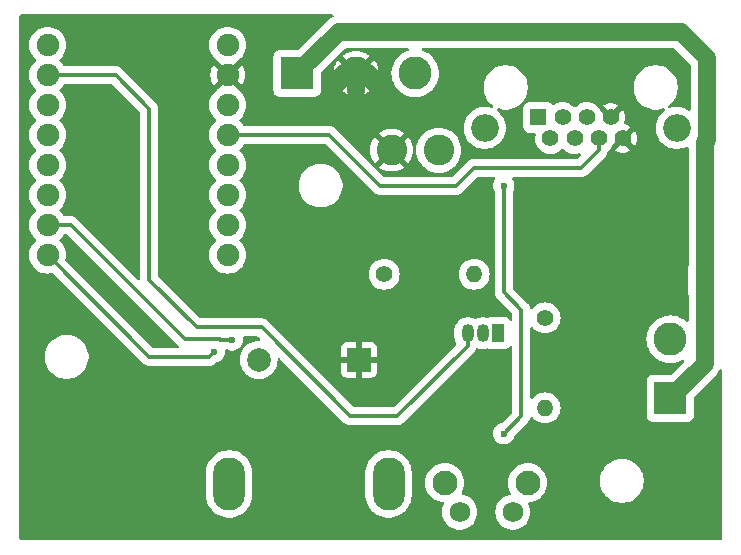
<source format=gbr>
%TF.GenerationSoftware,KiCad,Pcbnew,8.0.6*%
%TF.CreationDate,2025-03-17T22:04:27-06:00*%
%TF.ProjectId,Eli-Neopixel,456c692d-4e65-46f7-9069-78656c2e6b69,rev?*%
%TF.SameCoordinates,Original*%
%TF.FileFunction,Copper,L1,Top*%
%TF.FilePolarity,Positive*%
%FSLAX46Y46*%
G04 Gerber Fmt 4.6, Leading zero omitted, Abs format (unit mm)*
G04 Created by KiCad (PCBNEW 8.0.6) date 2025-03-17 22:04:27*
%MOMM*%
%LPD*%
G01*
G04 APERTURE LIST*
%TA.AperFunction,Conductor*%
%ADD10C,0.200000*%
%TD*%
%TA.AperFunction,ComponentPad*%
%ADD11C,1.750000*%
%TD*%
%TA.AperFunction,ComponentPad*%
%ADD12C,2.100000*%
%TD*%
%TA.AperFunction,ComponentPad*%
%ADD13C,2.600000*%
%TD*%
%TA.AperFunction,ComponentPad*%
%ADD14C,1.905000*%
%TD*%
%TA.AperFunction,ComponentPad*%
%ADD15R,2.800000X2.800000*%
%TD*%
%TA.AperFunction,ComponentPad*%
%ADD16C,2.800000*%
%TD*%
%TA.AperFunction,ComponentPad*%
%ADD17C,1.400000*%
%TD*%
%TA.AperFunction,ComponentPad*%
%ADD18O,1.400000X1.400000*%
%TD*%
%TA.AperFunction,ComponentPad*%
%ADD19R,2.000000X2.000000*%
%TD*%
%TA.AperFunction,ComponentPad*%
%ADD20O,2.720000X4.500000*%
%TD*%
%TA.AperFunction,ComponentPad*%
%ADD21C,2.000000*%
%TD*%
%TA.AperFunction,ComponentPad*%
%ADD22C,2.355000*%
%TD*%
%TA.AperFunction,ComponentPad*%
%ADD23C,1.398000*%
%TD*%
%TA.AperFunction,ComponentPad*%
%ADD24R,1.398000X1.398000*%
%TD*%
%TA.AperFunction,ComponentPad*%
%ADD25R,1.050000X1.500000*%
%TD*%
%TA.AperFunction,ComponentPad*%
%ADD26O,1.050000X1.500000*%
%TD*%
%TA.AperFunction,ViaPad*%
%ADD27C,0.600000*%
%TD*%
%TA.AperFunction,ViaPad*%
%ADD28C,3.000000*%
%TD*%
%TA.AperFunction,Conductor*%
%ADD29C,0.304800*%
%TD*%
%TA.AperFunction,Conductor*%
%ADD30C,1.500000*%
%TD*%
G04 APERTURE END LIST*
%TO.N,GND*%
D10*
X173500000Y-66500000D02*
X177000000Y-66500000D01*
X177000000Y-70500000D01*
X173500000Y-70500000D01*
X173500000Y-66500000D01*
%TA.AperFunction,Conductor*%
G36*
X173500000Y-66500000D02*
G01*
X177000000Y-66500000D01*
X177000000Y-70500000D01*
X173500000Y-70500000D01*
X173500000Y-66500000D01*
G37*
%TD.AperFunction*%
%TD*%
D11*
%TO.P,SW1,2,2*%
%TO.N,+3.3V*%
X157775000Y-88137500D03*
%TO.P,SW1,1,1*%
%TO.N,/button Signal*%
X162275000Y-88137500D03*
D12*
%TO.P,SW1,*%
%TO.N,*%
X156515000Y-85647500D03*
X163525000Y-85647500D03*
%TD*%
D13*
%TO.P,PWR_ON1,1,1*%
%TO.N,/powerSW*%
X156000000Y-57500000D03*
%TD*%
D14*
%TO.P,U1,G,GND*%
%TO.N,GND*%
X138120000Y-51140000D03*
%TO.P,U1,21,GPIO21*%
%TO.N,/Extern_input*%
X122880000Y-66380000D03*
%TO.P,U1,20,GPIO20*%
%TO.N,/button Signal*%
X122880000Y-63840000D03*
%TO.P,U1,10,GPIO10*%
%TO.N,unconnected-(U1-GPIO10-Pad10)*%
X122880000Y-61300000D03*
%TO.P,U1,9,GPIO9*%
%TO.N,unconnected-(U1-GPIO9-Pad9)*%
X122880000Y-58760000D03*
%TO.P,U1,8,GPIO8*%
%TO.N,unconnected-(U1-GPIO8-Pad8)*%
X122880000Y-56220000D03*
%TO.P,U1,7,GPIO7*%
%TO.N,unconnected-(U1-GPIO7-Pad7)*%
X122880000Y-53680000D03*
%TO.P,U1,6,GPIO6*%
%TO.N,/Neopixel Signal 3v3*%
X122880000Y-51140000D03*
%TO.P,U1,5V,5V*%
%TO.N,+5V*%
X138120000Y-48600000D03*
%TO.P,U1,5,GPIO5*%
%TO.N,unconnected-(U1-GPIO5-Pad5)*%
X122880000Y-48600000D03*
%TO.P,U1,4,GPIO4*%
%TO.N,/Potentiometer2*%
X138120000Y-56220000D03*
%TO.P,U1,3.3,3V3*%
%TO.N,+3.3V*%
X138120000Y-53680000D03*
%TO.P,U1,3,GPIO3*%
%TO.N,/Potentiometer1*%
X138120000Y-58760000D03*
%TO.P,U1,2,GPIO2*%
%TO.N,unconnected-(U1-GPIO2-Pad2)*%
X138120000Y-61300000D03*
%TO.P,U1,1,GPIO1*%
%TO.N,unconnected-(U1-GPIO1-Pad1)*%
X138120000Y-63840000D03*
%TO.P,U1,0,GPIO0*%
%TO.N,unconnected-(U1-GPIO0-Pad0)*%
X138120000Y-66380000D03*
%TD*%
D15*
%TO.P,NeopixelInterface1,1,Pin_1*%
%TO.N,+5V*%
X175595000Y-78500000D03*
D16*
%TO.P,NeopixelInterface1,2,Pin_2*%
%TO.N,/Neopixel Signal 5v*%
X175595000Y-73500000D03*
%TO.P,NeopixelInterface1,3,Pin_3*%
%TO.N,GND*%
X175595000Y-68500000D03*
%TD*%
D17*
%TO.P,R1,1*%
%TO.N,/Neopixel Signal 5v*%
X165000000Y-71690000D03*
D18*
%TO.P,R1,2*%
%TO.N,+5V*%
X165000000Y-79310000D03*
%TD*%
D19*
%TO.P,RV1,1,1*%
%TO.N,GND*%
X149250000Y-75250000D03*
D20*
%TO.P,RV1,2,2*%
%TO.N,/Potentiometer1*%
X151750000Y-85750000D03*
X138250000Y-85750000D03*
D21*
%TO.P,RV1,3,3*%
%TO.N,+3.3V*%
X140750000Y-75250000D03*
%TD*%
D22*
%TO.P,J1,S2,SHIELD*%
%TO.N,Net-(J1-SHIELD-PadS1)*%
X176150000Y-55610000D03*
%TO.P,J1,S1,SHIELD*%
X159890000Y-55610000D03*
D23*
%TO.P,J1,8,8*%
%TO.N,GND*%
X171580000Y-56500000D03*
%TO.P,J1,7,7*%
X170560000Y-54720000D03*
%TO.P,J1,6,6*%
%TO.N,/Potentiometer2*%
X169540000Y-56500000D03*
%TO.P,J1,5,5*%
%TO.N,+3.3V*%
X168520000Y-54720000D03*
%TO.P,J1,4,4*%
%TO.N,unconnected-(J1-Pad4)*%
X167500000Y-56500000D03*
%TO.P,J1,3,3*%
%TO.N,/powerSW*%
X166480000Y-54720000D03*
%TO.P,J1,2,2*%
%TO.N,/button Signal*%
X165460000Y-56500000D03*
D24*
%TO.P,J1,1,1*%
%TO.N,/Extern_input*%
X164440000Y-54720000D03*
%TD*%
D13*
%TO.P,GND1,1,1*%
%TO.N,GND*%
X152000000Y-57500000D03*
%TD*%
D15*
%TO.P,PSU1,1,Pin_1*%
%TO.N,+5V*%
X144000000Y-51000000D03*
D16*
%TO.P,PSU1,2,Pin_2*%
%TO.N,GND*%
X149000000Y-51000000D03*
%TO.P,PSU1,3,Pin_3*%
%TO.N,/powerSW*%
X154000000Y-51000000D03*
%TD*%
D17*
%TO.P,R2,1*%
%TO.N,/Neopixel Signal 3v3*%
X151380000Y-68000000D03*
D18*
%TO.P,R2,2*%
%TO.N,+3.3V*%
X159000000Y-68000000D03*
%TD*%
D25*
%TO.P,Q1,1,D*%
%TO.N,/Neopixel Signal 5v*%
X161000000Y-73000000D03*
D26*
%TO.P,Q1,2,G*%
%TO.N,+3.3V*%
X159730000Y-73000000D03*
%TO.P,Q1,3,S*%
%TO.N,/Neopixel Signal 3v3*%
X158460000Y-73000000D03*
%TD*%
D27*
%TO.N,GND*%
X143000000Y-82000000D03*
X127500000Y-59000000D03*
%TO.N,/Extern_input*%
X137000000Y-74556400D03*
%TO.N,/button Signal*%
X138500000Y-73556400D03*
X161500000Y-60500000D03*
%TO.N,GND*%
X164000000Y-60500000D03*
X166500000Y-69000000D03*
X130500000Y-78000000D03*
X169500000Y-67500000D03*
X158000000Y-52500000D03*
D28*
X164000000Y-68000000D03*
D27*
X127500000Y-69000000D03*
X175500000Y-64000000D03*
X169500000Y-69000000D03*
X166500000Y-67500000D03*
X168000000Y-66500000D03*
X166000000Y-51000000D03*
X173500000Y-64000000D03*
X156000000Y-79500000D03*
X171000000Y-49500000D03*
X141500000Y-60000000D03*
X168000000Y-70000000D03*
%TO.N,/button Signal*%
X161500000Y-81500000D03*
%TD*%
D29*
%TO.N,/Extern_input*%
X136556400Y-75000000D02*
X131500000Y-75000000D01*
X131500000Y-75000000D02*
X122880000Y-66380000D01*
X137000000Y-74556400D02*
X136556400Y-75000000D01*
%TO.N,/Potentiometer2*%
X146720000Y-56220000D02*
X138120000Y-56220000D01*
X151000000Y-60500000D02*
X146720000Y-56220000D01*
X157500000Y-60500000D02*
X151000000Y-60500000D01*
X159000000Y-59000000D02*
X157500000Y-60500000D01*
X168028535Y-59000000D02*
X159000000Y-59000000D01*
X169540000Y-57488535D02*
X168028535Y-59000000D01*
X169540000Y-56500000D02*
X169540000Y-57488535D01*
%TO.N,/button Signal*%
X161500000Y-60500000D02*
X161500000Y-60460000D01*
D30*
%TO.N,GND*%
X148000000Y-51000000D02*
X147500000Y-51500000D01*
X148000000Y-51000000D02*
X149000000Y-51000000D01*
X150000000Y-51000000D02*
X150500000Y-51500000D01*
X149000000Y-51000000D02*
X149000000Y-52500000D01*
D29*
%TO.N,/button Signal*%
X163000000Y-80000000D02*
X163000000Y-71000000D01*
X163000000Y-71000000D02*
X161500000Y-69500000D01*
X161500000Y-81500000D02*
X163000000Y-80000000D01*
X161500000Y-69500000D02*
X161500000Y-60500000D01*
D30*
%TO.N,+5V*%
X144024495Y-51000000D02*
X147524495Y-47500000D01*
X176500000Y-47500000D02*
X178681500Y-49681500D01*
X178500000Y-75595000D02*
X175595000Y-78500000D01*
X178681500Y-56658582D02*
X178500000Y-56840082D01*
X147524495Y-47500000D02*
X176500000Y-47500000D01*
X178681500Y-49681500D02*
X178681500Y-56658582D01*
X144000000Y-51000000D02*
X144024495Y-51000000D01*
X178500000Y-56840082D02*
X178500000Y-75595000D01*
D29*
%TO.N,/Neopixel Signal 3v3*%
X131500000Y-68500000D02*
X135500000Y-72500000D01*
X135500000Y-72500000D02*
X141000000Y-72500000D01*
X141000000Y-72500000D02*
X148500000Y-80000000D01*
X152500000Y-80000000D02*
X158448600Y-74051400D01*
X131500000Y-54000000D02*
X131500000Y-68500000D01*
X158448600Y-74051400D02*
X158448600Y-73000000D01*
X122880000Y-51140000D02*
X128640000Y-51140000D01*
X148500000Y-80000000D02*
X152500000Y-80000000D01*
X128640000Y-51140000D02*
X131500000Y-54000000D01*
%TO.N,/button Signal*%
X124833976Y-63840000D02*
X122880000Y-63840000D01*
X137493976Y-73556400D02*
X137437576Y-73500000D01*
X134493976Y-73500000D02*
X124833976Y-63840000D01*
X138500000Y-73556400D02*
X137493976Y-73556400D01*
X137437576Y-73500000D02*
X134493976Y-73500000D01*
%TD*%
%TA.AperFunction,Conductor*%
%TO.N,GND*%
G36*
X124536134Y-64616585D02*
G01*
X124556776Y-64633219D01*
X133954976Y-74031419D01*
X133988461Y-74092742D01*
X133983477Y-74162434D01*
X133941605Y-74218367D01*
X133876141Y-74242784D01*
X133867295Y-74243100D01*
X131864881Y-74243100D01*
X131797842Y-74223415D01*
X131777200Y-74206781D01*
X124427579Y-66857160D01*
X124394094Y-66795837D01*
X124394686Y-66740532D01*
X124401917Y-66710412D01*
X124422586Y-66624322D01*
X124441815Y-66380000D01*
X124422586Y-66135678D01*
X124418527Y-66118772D01*
X124365375Y-65897375D01*
X124271590Y-65670957D01*
X124271588Y-65670954D01*
X124271587Y-65670951D01*
X124143535Y-65461988D01*
X123984370Y-65275630D01*
X123900840Y-65204288D01*
X123862648Y-65145783D01*
X123862149Y-65075916D01*
X123899503Y-65016869D01*
X123900790Y-65015753D01*
X123984370Y-64944370D01*
X124143535Y-64758012D01*
X124148578Y-64749781D01*
X124205981Y-64656110D01*
X124257792Y-64609235D01*
X124311708Y-64596900D01*
X124469095Y-64596900D01*
X124536134Y-64616585D01*
G37*
%TD.AperFunction*%
%TA.AperFunction,Conductor*%
G36*
X128342158Y-51916585D02*
G01*
X128362800Y-51933219D01*
X130706781Y-54277200D01*
X130740266Y-54338523D01*
X130743100Y-54364881D01*
X130743100Y-68379342D01*
X130723415Y-68446381D01*
X130670611Y-68492136D01*
X130601453Y-68502080D01*
X130537897Y-68473055D01*
X130531419Y-68467023D01*
X125316476Y-63252080D01*
X125224104Y-63190360D01*
X125192502Y-63169244D01*
X125192500Y-63169243D01*
X125192497Y-63169241D01*
X125095102Y-63128899D01*
X125095102Y-63128900D01*
X125095100Y-63128899D01*
X125054756Y-63112188D01*
X125054752Y-63112187D01*
X125054749Y-63112186D01*
X125030491Y-63107361D01*
X125030490Y-63107361D01*
X124908526Y-63083100D01*
X124908524Y-63083100D01*
X124311708Y-63083100D01*
X124244669Y-63063415D01*
X124205981Y-63023890D01*
X124143538Y-62921992D01*
X124143537Y-62921990D01*
X124107579Y-62879889D01*
X123984370Y-62735630D01*
X123900840Y-62664288D01*
X123862648Y-62605783D01*
X123862149Y-62535916D01*
X123899503Y-62476869D01*
X123900790Y-62475753D01*
X123984370Y-62404370D01*
X124143535Y-62218012D01*
X124271587Y-62009049D01*
X124365374Y-61782627D01*
X124422586Y-61544322D01*
X124441815Y-61300000D01*
X124422586Y-61055678D01*
X124408741Y-60998009D01*
X124365375Y-60817375D01*
X124271590Y-60590957D01*
X124271588Y-60590954D01*
X124271587Y-60590951D01*
X124143535Y-60381988D01*
X123984370Y-60195630D01*
X123900840Y-60124288D01*
X123862648Y-60065783D01*
X123862149Y-59995916D01*
X123899503Y-59936869D01*
X123900790Y-59935753D01*
X123984370Y-59864370D01*
X124143535Y-59678012D01*
X124271587Y-59469049D01*
X124365374Y-59242627D01*
X124366769Y-59236819D01*
X124398239Y-59105733D01*
X124422586Y-59004322D01*
X124441815Y-58760000D01*
X124422586Y-58515678D01*
X124418527Y-58498772D01*
X124365375Y-58277375D01*
X124271590Y-58050957D01*
X124271588Y-58050954D01*
X124271587Y-58050951D01*
X124143535Y-57841988D01*
X123984370Y-57655630D01*
X123900840Y-57584288D01*
X123862648Y-57525783D01*
X123862149Y-57455916D01*
X123899503Y-57396869D01*
X123900790Y-57395753D01*
X123984370Y-57324370D01*
X124143535Y-57138012D01*
X124271587Y-56929049D01*
X124365374Y-56702627D01*
X124422586Y-56464322D01*
X124441815Y-56220000D01*
X124422586Y-55975678D01*
X124402915Y-55893741D01*
X124365375Y-55737375D01*
X124271590Y-55510957D01*
X124271588Y-55510954D01*
X124271587Y-55510951D01*
X124143535Y-55301988D01*
X123984370Y-55115630D01*
X123900840Y-55044288D01*
X123862648Y-54985783D01*
X123862149Y-54915916D01*
X123899503Y-54856869D01*
X123900790Y-54855753D01*
X123984370Y-54784370D01*
X124143535Y-54598012D01*
X124271587Y-54389049D01*
X124282000Y-54363911D01*
X124344563Y-54212869D01*
X124365374Y-54162627D01*
X124388630Y-54065761D01*
X124414075Y-53959774D01*
X124422586Y-53924322D01*
X124441815Y-53680000D01*
X124422586Y-53435678D01*
X124416786Y-53411521D01*
X124365375Y-53197375D01*
X124271590Y-52970957D01*
X124271588Y-52970954D01*
X124271587Y-52970951D01*
X124143535Y-52761988D01*
X123984370Y-52575630D01*
X123900840Y-52504288D01*
X123862648Y-52445783D01*
X123862149Y-52375916D01*
X123899503Y-52316869D01*
X123900790Y-52315753D01*
X123984370Y-52244370D01*
X124143535Y-52058012D01*
X124194060Y-51975563D01*
X124205981Y-51956110D01*
X124257792Y-51909235D01*
X124311708Y-51896900D01*
X128275119Y-51896900D01*
X128342158Y-51916585D01*
G37*
%TD.AperFunction*%
%TA.AperFunction,Conductor*%
G36*
X147041901Y-46019685D02*
G01*
X147087656Y-46072489D01*
X147097600Y-46141647D01*
X147068575Y-46205203D01*
X147013180Y-46241931D01*
X147004550Y-46244734D01*
X147004547Y-46244736D01*
X146814578Y-46341530D01*
X146714679Y-46414111D01*
X146642103Y-46466841D01*
X146642094Y-46466848D01*
X144149760Y-48959181D01*
X144088437Y-48992666D01*
X144062079Y-48995500D01*
X142560381Y-48995500D01*
X142442193Y-49011060D01*
X142442187Y-49011062D01*
X142295144Y-49071968D01*
X142168866Y-49168866D01*
X142071968Y-49295144D01*
X142011061Y-49442190D01*
X142011060Y-49442195D01*
X141995500Y-49560373D01*
X141995500Y-52439618D01*
X142011060Y-52557806D01*
X142011062Y-52557812D01*
X142071968Y-52704855D01*
X142071969Y-52704857D01*
X142071970Y-52704858D01*
X142168866Y-52831134D01*
X142295142Y-52928030D01*
X142442194Y-52988940D01*
X142560381Y-53004500D01*
X145439618Y-53004499D01*
X145557806Y-52988940D01*
X145704858Y-52928030D01*
X145831134Y-52831134D01*
X145928030Y-52704858D01*
X145988940Y-52557806D01*
X146004500Y-52439619D01*
X146004499Y-50999998D01*
X147095147Y-50999998D01*
X147095147Y-51000001D01*
X147114536Y-51271090D01*
X147114537Y-51271097D01*
X147172305Y-51536654D01*
X147267285Y-51791306D01*
X147267287Y-51791310D01*
X147397532Y-52029835D01*
X147397537Y-52029843D01*
X147491321Y-52155123D01*
X147491322Y-52155124D01*
X148398958Y-51247488D01*
X148423978Y-51307890D01*
X148495112Y-51414351D01*
X148585649Y-51504888D01*
X148692110Y-51576022D01*
X148752511Y-51601041D01*
X147844874Y-52508676D01*
X147970163Y-52602466D01*
X147970164Y-52602467D01*
X148208689Y-52732712D01*
X148208693Y-52732714D01*
X148463345Y-52827694D01*
X148728902Y-52885462D01*
X148728909Y-52885463D01*
X148999999Y-52904853D01*
X149000001Y-52904853D01*
X149271090Y-52885463D01*
X149271097Y-52885462D01*
X149536654Y-52827694D01*
X149791306Y-52732714D01*
X149791310Y-52732712D01*
X150029844Y-52602462D01*
X150155123Y-52508677D01*
X150155124Y-52508676D01*
X149247488Y-51601041D01*
X149307890Y-51576022D01*
X149414351Y-51504888D01*
X149504888Y-51414351D01*
X149576022Y-51307890D01*
X149601041Y-51247489D01*
X150508676Y-52155124D01*
X150508677Y-52155123D01*
X150602462Y-52029844D01*
X150732712Y-51791310D01*
X150732714Y-51791306D01*
X150827694Y-51536654D01*
X150885462Y-51271097D01*
X150885463Y-51271090D01*
X150904853Y-51000001D01*
X150904853Y-50999998D01*
X150885463Y-50728909D01*
X150885462Y-50728902D01*
X150827694Y-50463345D01*
X150732714Y-50208693D01*
X150732712Y-50208689D01*
X150602467Y-49970164D01*
X150602466Y-49970163D01*
X150508676Y-49844874D01*
X149601041Y-50752510D01*
X149576022Y-50692110D01*
X149504888Y-50585649D01*
X149414351Y-50495112D01*
X149307890Y-50423978D01*
X149247488Y-50398958D01*
X150155124Y-49491322D01*
X150155123Y-49491321D01*
X150029843Y-49397537D01*
X150029835Y-49397532D01*
X149791310Y-49267287D01*
X149791306Y-49267285D01*
X149536654Y-49172305D01*
X149271097Y-49114537D01*
X149271090Y-49114536D01*
X149098389Y-49102184D01*
X149032924Y-49077767D01*
X148998953Y-49032386D01*
X148986478Y-49059703D01*
X148927700Y-49097477D01*
X148901611Y-49102184D01*
X148728909Y-49114536D01*
X148728902Y-49114537D01*
X148463345Y-49172305D01*
X148208693Y-49267285D01*
X148208689Y-49267287D01*
X147970164Y-49397532D01*
X147970156Y-49397537D01*
X147844875Y-49491321D01*
X147844874Y-49491322D01*
X148752511Y-50398958D01*
X148692110Y-50423978D01*
X148585649Y-50495112D01*
X148495112Y-50585649D01*
X148423978Y-50692110D01*
X148398958Y-50752510D01*
X147491322Y-49844874D01*
X147491321Y-49844875D01*
X147397537Y-49970156D01*
X147397532Y-49970164D01*
X147267287Y-50208689D01*
X147267285Y-50208693D01*
X147172305Y-50463345D01*
X147114537Y-50728902D01*
X147114536Y-50728909D01*
X147095147Y-50999998D01*
X146004499Y-50999998D01*
X146004499Y-50986907D01*
X146024184Y-50919869D01*
X146040813Y-50899232D01*
X148049228Y-48890819D01*
X148110551Y-48857334D01*
X148136909Y-48854500D01*
X148892765Y-48854500D01*
X148959804Y-48874185D01*
X149002028Y-48922914D01*
X149019554Y-48890819D01*
X149080877Y-48857334D01*
X149107235Y-48854500D01*
X153329101Y-48854500D01*
X153396140Y-48874185D01*
X153441895Y-48926989D01*
X153451839Y-48996147D01*
X153422814Y-49059703D01*
X153372435Y-49094680D01*
X153319202Y-49114536D01*
X153165172Y-49171985D01*
X153165168Y-49171987D01*
X152913522Y-49309396D01*
X152913521Y-49309397D01*
X152683980Y-49481230D01*
X152683968Y-49481240D01*
X152481240Y-49683968D01*
X152481230Y-49683980D01*
X152309397Y-49913521D01*
X152309396Y-49913522D01*
X152171987Y-50165168D01*
X152171985Y-50165172D01*
X152108050Y-50336591D01*
X152073622Y-50428899D01*
X152071782Y-50433831D01*
X152010835Y-50713995D01*
X151990380Y-50999998D01*
X151990380Y-51000001D01*
X152010835Y-51286004D01*
X152071782Y-51566168D01*
X152071784Y-51566175D01*
X152103049Y-51650000D01*
X152171985Y-51834827D01*
X152171987Y-51834831D01*
X152309396Y-52086477D01*
X152309397Y-52086478D01*
X152309400Y-52086483D01*
X152481231Y-52316021D01*
X152481235Y-52316025D01*
X152481240Y-52316031D01*
X152683968Y-52518759D01*
X152683974Y-52518764D01*
X152683979Y-52518769D01*
X152913517Y-52690600D01*
X152913521Y-52690602D01*
X152913522Y-52690603D01*
X153165168Y-52828012D01*
X153165172Y-52828014D01*
X153165174Y-52828015D01*
X153433825Y-52928216D01*
X153573913Y-52958690D01*
X153713995Y-52989164D01*
X153713997Y-52989164D01*
X153714001Y-52989165D01*
X153968156Y-53007342D01*
X153999999Y-53009620D01*
X154000000Y-53009620D01*
X154000001Y-53009620D01*
X154028653Y-53007570D01*
X154285999Y-52989165D01*
X154287034Y-52988940D01*
X154369699Y-52970957D01*
X154566175Y-52928216D01*
X154834826Y-52828015D01*
X155086483Y-52690600D01*
X155316021Y-52518769D01*
X155518769Y-52316021D01*
X155690600Y-52086483D01*
X155828015Y-51834826D01*
X155928216Y-51566175D01*
X155989165Y-51285999D01*
X156009620Y-51000000D01*
X155989165Y-50714001D01*
X155974538Y-50646764D01*
X155941372Y-50494303D01*
X155928216Y-50433825D01*
X155828015Y-50165174D01*
X155733229Y-49991587D01*
X155690603Y-49913522D01*
X155690602Y-49913521D01*
X155690600Y-49913517D01*
X155518769Y-49683979D01*
X155518764Y-49683974D01*
X155518759Y-49683968D01*
X155316031Y-49481240D01*
X155316025Y-49481235D01*
X155316021Y-49481231D01*
X155086483Y-49309400D01*
X155086478Y-49309397D01*
X155086477Y-49309396D01*
X154834831Y-49171987D01*
X154834827Y-49171985D01*
X154745004Y-49138483D01*
X154627564Y-49094681D01*
X154571632Y-49052811D01*
X154547215Y-48987346D01*
X154562067Y-48919074D01*
X154611472Y-48869668D01*
X154670899Y-48854500D01*
X175887586Y-48854500D01*
X175954625Y-48874185D01*
X175975267Y-48890819D01*
X177290681Y-50206233D01*
X177324166Y-50267556D01*
X177327000Y-50293914D01*
X177327000Y-54021083D01*
X177307315Y-54088122D01*
X177254511Y-54133877D01*
X177185353Y-54143821D01*
X177133149Y-54123537D01*
X177043499Y-54062415D01*
X177043491Y-54062410D01*
X176802868Y-53946533D01*
X176802849Y-53946526D01*
X176547649Y-53867808D01*
X176547639Y-53867805D01*
X176283549Y-53828000D01*
X176283542Y-53828000D01*
X176016458Y-53828000D01*
X176016450Y-53828000D01*
X175752360Y-53867805D01*
X175752350Y-53867808D01*
X175574365Y-53922708D01*
X175504502Y-53923658D01*
X175445215Y-53886686D01*
X175415329Y-53823531D01*
X175424332Y-53754243D01*
X175462328Y-53705842D01*
X175609256Y-53593101D01*
X175609259Y-53593099D01*
X175609261Y-53593096D01*
X175783096Y-53419261D01*
X175783101Y-53419256D01*
X175932767Y-53224208D01*
X176055694Y-53011292D01*
X176149778Y-52784153D01*
X176213409Y-52546677D01*
X176245500Y-52302927D01*
X176245500Y-52057073D01*
X176213409Y-51813323D01*
X176149778Y-51575847D01*
X176055694Y-51348708D01*
X175932767Y-51135792D01*
X175783101Y-50940744D01*
X175783096Y-50940738D01*
X175609261Y-50766903D01*
X175609254Y-50766897D01*
X175414212Y-50617236D01*
X175414211Y-50617235D01*
X175414208Y-50617233D01*
X175201292Y-50494306D01*
X175201285Y-50494303D01*
X174974162Y-50400225D01*
X174974155Y-50400223D01*
X174974153Y-50400222D01*
X174736677Y-50336591D01*
X174695939Y-50331227D01*
X174492934Y-50304500D01*
X174492927Y-50304500D01*
X174247073Y-50304500D01*
X174247065Y-50304500D01*
X174015059Y-50335045D01*
X174003323Y-50336591D01*
X173953280Y-50350000D01*
X173765847Y-50400222D01*
X173765837Y-50400225D01*
X173538714Y-50494303D01*
X173538705Y-50494307D01*
X173325787Y-50617236D01*
X173130745Y-50766897D01*
X173130738Y-50766903D01*
X172956903Y-50940738D01*
X172956897Y-50940745D01*
X172807236Y-51135787D01*
X172684307Y-51348705D01*
X172684303Y-51348714D01*
X172590225Y-51575837D01*
X172590222Y-51575847D01*
X172532491Y-51791306D01*
X172526592Y-51813320D01*
X172526590Y-51813331D01*
X172494500Y-52057065D01*
X172494500Y-52302934D01*
X172520858Y-52503131D01*
X172526591Y-52546677D01*
X172568975Y-52704858D01*
X172590222Y-52784152D01*
X172590225Y-52784162D01*
X172675140Y-52989164D01*
X172684306Y-53011292D01*
X172807233Y-53224208D01*
X172807235Y-53224211D01*
X172807236Y-53224212D01*
X172956897Y-53419254D01*
X172956903Y-53419261D01*
X173130741Y-53593099D01*
X173243993Y-53680000D01*
X173325792Y-53742767D01*
X173538708Y-53865694D01*
X173714384Y-53938461D01*
X173764731Y-53959316D01*
X173765847Y-53959778D01*
X174003323Y-54023409D01*
X174247073Y-54055500D01*
X174247080Y-54055500D01*
X174492920Y-54055500D01*
X174492927Y-54055500D01*
X174736677Y-54023409D01*
X174974153Y-53959778D01*
X174974158Y-53959776D01*
X174975514Y-53959316D01*
X174975942Y-53959298D01*
X174978074Y-53958727D01*
X174978201Y-53959203D01*
X175045323Y-53956405D01*
X175105624Y-53991698D01*
X175137271Y-54053989D01*
X175130217Y-54123502D01*
X175086702Y-54178166D01*
X175085228Y-54179187D01*
X175035827Y-54212868D01*
X174840042Y-54394528D01*
X174673514Y-54603349D01*
X174539971Y-54834650D01*
X174442396Y-55083267D01*
X174442391Y-55083284D01*
X174382961Y-55343664D01*
X174363003Y-55609995D01*
X174363003Y-55610004D01*
X174382961Y-55876335D01*
X174421043Y-56043183D01*
X174442394Y-56136727D01*
X174442396Y-56136732D01*
X174539971Y-56385349D01*
X174539970Y-56385349D01*
X174606165Y-56500000D01*
X174673514Y-56616651D01*
X174756936Y-56721259D01*
X174840042Y-56825471D01*
X174936181Y-56914674D01*
X175035826Y-57007131D01*
X175256502Y-57157585D01*
X175497137Y-57273469D01*
X175752356Y-57352193D01*
X175752357Y-57352193D01*
X175752360Y-57352194D01*
X176016450Y-57391999D01*
X176016455Y-57391999D01*
X176016458Y-57392000D01*
X176016459Y-57392000D01*
X176283541Y-57392000D01*
X176283542Y-57392000D01*
X176283549Y-57391999D01*
X176547639Y-57352194D01*
X176547640Y-57352193D01*
X176547644Y-57352193D01*
X176802863Y-57273469D01*
X176967700Y-57194087D01*
X177036640Y-57182736D01*
X177100774Y-57210458D01*
X177139740Y-57268453D01*
X177145500Y-57305808D01*
X177145500Y-67251689D01*
X177125815Y-67318728D01*
X177109181Y-67339370D01*
X176196041Y-68252510D01*
X176171022Y-68192110D01*
X176099888Y-68085649D01*
X176009351Y-67995112D01*
X175902890Y-67923978D01*
X175842488Y-67898958D01*
X176750124Y-66991322D01*
X176750123Y-66991321D01*
X176624843Y-66897537D01*
X176624835Y-66897532D01*
X176386310Y-66767287D01*
X176386306Y-66767285D01*
X176131654Y-66672305D01*
X175866097Y-66614537D01*
X175866090Y-66614536D01*
X175595001Y-66595147D01*
X175594999Y-66595147D01*
X175323909Y-66614536D01*
X175323902Y-66614537D01*
X175058345Y-66672305D01*
X174803693Y-66767285D01*
X174803689Y-66767287D01*
X174565164Y-66897532D01*
X174565156Y-66897537D01*
X174439875Y-66991321D01*
X174439874Y-66991322D01*
X175347511Y-67898958D01*
X175287110Y-67923978D01*
X175180649Y-67995112D01*
X175090112Y-68085649D01*
X175018978Y-68192110D01*
X174993958Y-68252510D01*
X174086322Y-67344874D01*
X174086321Y-67344875D01*
X173992537Y-67470156D01*
X173992532Y-67470164D01*
X173862287Y-67708689D01*
X173862285Y-67708693D01*
X173767305Y-67963345D01*
X173709537Y-68228902D01*
X173709536Y-68228909D01*
X173690147Y-68499998D01*
X173690147Y-68500001D01*
X173709536Y-68771090D01*
X173709537Y-68771097D01*
X173767305Y-69036654D01*
X173862285Y-69291306D01*
X173862287Y-69291310D01*
X173992532Y-69529835D01*
X173992537Y-69529843D01*
X174086321Y-69655123D01*
X174086322Y-69655124D01*
X174993958Y-68747488D01*
X175018978Y-68807890D01*
X175090112Y-68914351D01*
X175180649Y-69004888D01*
X175287110Y-69076022D01*
X175347511Y-69101041D01*
X174439874Y-70008676D01*
X174565163Y-70102466D01*
X174565164Y-70102467D01*
X174803689Y-70232712D01*
X174803693Y-70232714D01*
X175058345Y-70327694D01*
X175323902Y-70385462D01*
X175323909Y-70385463D01*
X175594999Y-70404853D01*
X175595001Y-70404853D01*
X175866090Y-70385463D01*
X175866097Y-70385462D01*
X176131654Y-70327694D01*
X176386306Y-70232714D01*
X176386310Y-70232712D01*
X176624844Y-70102462D01*
X176750123Y-70008677D01*
X176750124Y-70008676D01*
X175842488Y-69101041D01*
X175902890Y-69076022D01*
X176009351Y-69004888D01*
X176099888Y-68914351D01*
X176171022Y-68807890D01*
X176196041Y-68747489D01*
X177109181Y-69660629D01*
X177142666Y-69721952D01*
X177145500Y-69748310D01*
X177145500Y-71916347D01*
X177125815Y-71983386D01*
X177073011Y-72029141D01*
X177003853Y-72039085D01*
X176940297Y-72010060D01*
X176933819Y-72004028D01*
X176911031Y-71981240D01*
X176911025Y-71981235D01*
X176911021Y-71981231D01*
X176681483Y-71809400D01*
X176681478Y-71809397D01*
X176681477Y-71809396D01*
X176429831Y-71671987D01*
X176429827Y-71671985D01*
X176327975Y-71633997D01*
X176161175Y-71571784D01*
X176161171Y-71571783D01*
X176161168Y-71571782D01*
X175881004Y-71510835D01*
X175595001Y-71490380D01*
X175594999Y-71490380D01*
X175308995Y-71510835D01*
X175028831Y-71571782D01*
X175028826Y-71571783D01*
X175028825Y-71571784D01*
X174963874Y-71596009D01*
X174760172Y-71671985D01*
X174760168Y-71671987D01*
X174508522Y-71809396D01*
X174508521Y-71809397D01*
X174278980Y-71981230D01*
X174278968Y-71981240D01*
X174076240Y-72183968D01*
X174076230Y-72183980D01*
X173904397Y-72413521D01*
X173904396Y-72413522D01*
X173766987Y-72665168D01*
X173766985Y-72665172D01*
X173707730Y-72824044D01*
X173671750Y-72920512D01*
X173666782Y-72933831D01*
X173605835Y-73213995D01*
X173585380Y-73499998D01*
X173585380Y-73500001D01*
X173605835Y-73786004D01*
X173664322Y-74054858D01*
X173666784Y-74066175D01*
X173709661Y-74181134D01*
X173766985Y-74334827D01*
X173766987Y-74334831D01*
X173904396Y-74586477D01*
X173904397Y-74586478D01*
X173904400Y-74586483D01*
X174076231Y-74816021D01*
X174076235Y-74816025D01*
X174076240Y-74816031D01*
X174278968Y-75018759D01*
X174278974Y-75018764D01*
X174278979Y-75018769D01*
X174508517Y-75190600D01*
X174508521Y-75190602D01*
X174508522Y-75190603D01*
X174760168Y-75328012D01*
X174760172Y-75328014D01*
X174760174Y-75328015D01*
X175028825Y-75428216D01*
X175091150Y-75441774D01*
X175308995Y-75489164D01*
X175308997Y-75489164D01*
X175309001Y-75489165D01*
X175563156Y-75507342D01*
X175594999Y-75509620D01*
X175595000Y-75509620D01*
X175595001Y-75509620D01*
X175623653Y-75507570D01*
X175880999Y-75489165D01*
X176161175Y-75428216D01*
X176429826Y-75328015D01*
X176601615Y-75234210D01*
X176669888Y-75219359D01*
X176735352Y-75243776D01*
X176777224Y-75299709D01*
X176782208Y-75369401D01*
X176748723Y-75430724D01*
X175720265Y-76459181D01*
X175658942Y-76492666D01*
X175632584Y-76495500D01*
X174155381Y-76495500D01*
X174037193Y-76511060D01*
X174037187Y-76511062D01*
X173890144Y-76571968D01*
X173763866Y-76668866D01*
X173666968Y-76795144D01*
X173606061Y-76942190D01*
X173606060Y-76942195D01*
X173590500Y-77060373D01*
X173590500Y-79939618D01*
X173606060Y-80057806D01*
X173606062Y-80057812D01*
X173666968Y-80204855D01*
X173666969Y-80204857D01*
X173666970Y-80204858D01*
X173763866Y-80331134D01*
X173890142Y-80428030D01*
X174037194Y-80488940D01*
X174155381Y-80504500D01*
X177034618Y-80504499D01*
X177152806Y-80488940D01*
X177299858Y-80428030D01*
X177426134Y-80331134D01*
X177523030Y-80204858D01*
X177583940Y-80057806D01*
X177599500Y-79939619D01*
X177599499Y-78462412D01*
X177619184Y-78395374D01*
X177635813Y-78374737D01*
X179533154Y-76477398D01*
X179598061Y-76388061D01*
X179658472Y-76304913D01*
X179755264Y-76114947D01*
X179758069Y-76106315D01*
X179797506Y-76048640D01*
X179861865Y-76021441D01*
X179930711Y-76033355D01*
X179982187Y-76080599D01*
X180000000Y-76144633D01*
X180000000Y-90376000D01*
X179980315Y-90443039D01*
X179927511Y-90488794D01*
X179876000Y-90500000D01*
X120624000Y-90500000D01*
X120556961Y-90480315D01*
X120511206Y-90427511D01*
X120500000Y-90376000D01*
X120500000Y-84731246D01*
X136285500Y-84731246D01*
X136285500Y-86768753D01*
X136285501Y-86768770D01*
X136319111Y-87024066D01*
X136319112Y-87024071D01*
X136319113Y-87024077D01*
X136352438Y-87148450D01*
X136385763Y-87272821D01*
X136484311Y-87510736D01*
X136484316Y-87510747D01*
X136561737Y-87644842D01*
X136613073Y-87733759D01*
X136613075Y-87733762D01*
X136613076Y-87733763D01*
X136769840Y-87938062D01*
X136769846Y-87938069D01*
X136951930Y-88120153D01*
X136951937Y-88120159D01*
X136974536Y-88137500D01*
X137156241Y-88276927D01*
X137299576Y-88359681D01*
X137379252Y-88405683D01*
X137379257Y-88405685D01*
X137379260Y-88405687D01*
X137617177Y-88504236D01*
X137865923Y-88570887D01*
X138121240Y-88604500D01*
X138121247Y-88604500D01*
X138378753Y-88604500D01*
X138378760Y-88604500D01*
X138634077Y-88570887D01*
X138882823Y-88504236D01*
X139120740Y-88405687D01*
X139343759Y-88276927D01*
X139548064Y-88120158D01*
X139730158Y-87938064D01*
X139886927Y-87733759D01*
X140015687Y-87510740D01*
X140114236Y-87272823D01*
X140180887Y-87024077D01*
X140214500Y-86768760D01*
X140214500Y-84731246D01*
X149785500Y-84731246D01*
X149785500Y-86768753D01*
X149785501Y-86768770D01*
X149819111Y-87024066D01*
X149819112Y-87024071D01*
X149819113Y-87024077D01*
X149852438Y-87148450D01*
X149885763Y-87272821D01*
X149984311Y-87510736D01*
X149984316Y-87510747D01*
X150061737Y-87644842D01*
X150113073Y-87733759D01*
X150113075Y-87733762D01*
X150113076Y-87733763D01*
X150269840Y-87938062D01*
X150269846Y-87938069D01*
X150451930Y-88120153D01*
X150451937Y-88120159D01*
X150474536Y-88137500D01*
X150656241Y-88276927D01*
X150799576Y-88359681D01*
X150879252Y-88405683D01*
X150879257Y-88405685D01*
X150879260Y-88405687D01*
X151117177Y-88504236D01*
X151365923Y-88570887D01*
X151621240Y-88604500D01*
X151621247Y-88604500D01*
X151878753Y-88604500D01*
X151878760Y-88604500D01*
X152134077Y-88570887D01*
X152382823Y-88504236D01*
X152620740Y-88405687D01*
X152843759Y-88276927D01*
X153048064Y-88120158D01*
X153230158Y-87938064D01*
X153386927Y-87733759D01*
X153515687Y-87510740D01*
X153614236Y-87272823D01*
X153680887Y-87024077D01*
X153714500Y-86768760D01*
X153714500Y-85647500D01*
X154855384Y-85647500D01*
X154875817Y-85907124D01*
X154936611Y-86160352D01*
X155036270Y-86400950D01*
X155172338Y-86622993D01*
X155172339Y-86622995D01*
X155220155Y-86678980D01*
X155341474Y-86821026D01*
X155494767Y-86951950D01*
X155539504Y-86990160D01*
X155539506Y-86990161D01*
X155761550Y-87126229D01*
X155761549Y-87126229D01*
X156002147Y-87225888D01*
X156002148Y-87225888D01*
X156002150Y-87225889D01*
X156255379Y-87286683D01*
X156349482Y-87294089D01*
X156414767Y-87318972D01*
X156456238Y-87375203D01*
X156460725Y-87444928D01*
X156453306Y-87467515D01*
X156370868Y-87655458D01*
X156370866Y-87655462D01*
X156310676Y-87893151D01*
X156290429Y-88137494D01*
X156290429Y-88137505D01*
X156310676Y-88381848D01*
X156370866Y-88619537D01*
X156469359Y-88844079D01*
X156603463Y-89049339D01*
X156603465Y-89049342D01*
X156769527Y-89229734D01*
X156769530Y-89229736D01*
X156769533Y-89229739D01*
X156963008Y-89380327D01*
X156963014Y-89380331D01*
X156963017Y-89380333D01*
X157178655Y-89497031D01*
X157410559Y-89576644D01*
X157652405Y-89617000D01*
X157897595Y-89617000D01*
X158139441Y-89576644D01*
X158371345Y-89497031D01*
X158586983Y-89380333D01*
X158780473Y-89229734D01*
X158946535Y-89049342D01*
X159080641Y-88844078D01*
X159179133Y-88619539D01*
X159239323Y-88381852D01*
X159259571Y-88137500D01*
X159259571Y-88137494D01*
X160790429Y-88137494D01*
X160790429Y-88137505D01*
X160810676Y-88381848D01*
X160870866Y-88619537D01*
X160969359Y-88844079D01*
X161103463Y-89049339D01*
X161103465Y-89049342D01*
X161269527Y-89229734D01*
X161269530Y-89229736D01*
X161269533Y-89229739D01*
X161463008Y-89380327D01*
X161463014Y-89380331D01*
X161463017Y-89380333D01*
X161678655Y-89497031D01*
X161910559Y-89576644D01*
X162152405Y-89617000D01*
X162397595Y-89617000D01*
X162639441Y-89576644D01*
X162871345Y-89497031D01*
X163086983Y-89380333D01*
X163280473Y-89229734D01*
X163446535Y-89049342D01*
X163580641Y-88844078D01*
X163679133Y-88619539D01*
X163739323Y-88381852D01*
X163759571Y-88137500D01*
X163739323Y-87893148D01*
X163679133Y-87655461D01*
X163596359Y-87466755D01*
X163587456Y-87397455D01*
X163617433Y-87334343D01*
X163676773Y-87297456D01*
X163700174Y-87293329D01*
X163784621Y-87286683D01*
X164037850Y-87225889D01*
X164278450Y-87126229D01*
X164500498Y-86990158D01*
X164698526Y-86821026D01*
X164867658Y-86622998D01*
X165003729Y-86400950D01*
X165103389Y-86160350D01*
X165164183Y-85907121D01*
X165184616Y-85647500D01*
X165164183Y-85387879D01*
X165161982Y-85378711D01*
X169649500Y-85378711D01*
X169649500Y-85621288D01*
X169681161Y-85861785D01*
X169743947Y-86096104D01*
X169836773Y-86320205D01*
X169836776Y-86320212D01*
X169958064Y-86530289D01*
X169958066Y-86530292D01*
X169958067Y-86530293D01*
X170105733Y-86722736D01*
X170105739Y-86722743D01*
X170277256Y-86894260D01*
X170277262Y-86894265D01*
X170469711Y-87041936D01*
X170679788Y-87163224D01*
X170903900Y-87256054D01*
X171138211Y-87318838D01*
X171318586Y-87342584D01*
X171378711Y-87350500D01*
X171378712Y-87350500D01*
X171621289Y-87350500D01*
X171669388Y-87344167D01*
X171861789Y-87318838D01*
X172096100Y-87256054D01*
X172320212Y-87163224D01*
X172530289Y-87041936D01*
X172722738Y-86894265D01*
X172894265Y-86722738D01*
X173041936Y-86530289D01*
X173163224Y-86320212D01*
X173256054Y-86096100D01*
X173318838Y-85861789D01*
X173350500Y-85621288D01*
X173350500Y-85378712D01*
X173318838Y-85138211D01*
X173256054Y-84903900D01*
X173163224Y-84679788D01*
X173041936Y-84469711D01*
X172894265Y-84277262D01*
X172894260Y-84277256D01*
X172722743Y-84105739D01*
X172722736Y-84105733D01*
X172530293Y-83958067D01*
X172530292Y-83958066D01*
X172530289Y-83958064D01*
X172320212Y-83836776D01*
X172320205Y-83836773D01*
X172096104Y-83743947D01*
X171861785Y-83681161D01*
X171621289Y-83649500D01*
X171621288Y-83649500D01*
X171378712Y-83649500D01*
X171378711Y-83649500D01*
X171138214Y-83681161D01*
X170903895Y-83743947D01*
X170679794Y-83836773D01*
X170679785Y-83836777D01*
X170469706Y-83958067D01*
X170277263Y-84105733D01*
X170277256Y-84105739D01*
X170105739Y-84277256D01*
X170105733Y-84277263D01*
X169958067Y-84469706D01*
X169836777Y-84679785D01*
X169836773Y-84679794D01*
X169743947Y-84903895D01*
X169681161Y-85138214D01*
X169649500Y-85378711D01*
X165161982Y-85378711D01*
X165103389Y-85134650D01*
X165003729Y-84894050D01*
X165003729Y-84894049D01*
X164867661Y-84672006D01*
X164867660Y-84672004D01*
X164829450Y-84627267D01*
X164698526Y-84473974D01*
X164567600Y-84362152D01*
X164500495Y-84304839D01*
X164500493Y-84304838D01*
X164278449Y-84168770D01*
X164278450Y-84168770D01*
X164037852Y-84069111D01*
X163784624Y-84008317D01*
X163525000Y-83987884D01*
X163265375Y-84008317D01*
X163012147Y-84069111D01*
X162771549Y-84168770D01*
X162549506Y-84304838D01*
X162549504Y-84304839D01*
X162351474Y-84473974D01*
X162182339Y-84672004D01*
X162182338Y-84672006D01*
X162046270Y-84894049D01*
X161946611Y-85134647D01*
X161885817Y-85387875D01*
X161865384Y-85647500D01*
X161885817Y-85907124D01*
X161946611Y-86160352D01*
X162046268Y-86400945D01*
X162102921Y-86493394D01*
X162121165Y-86560840D01*
X162100048Y-86627443D01*
X162046276Y-86672056D01*
X162017603Y-86680493D01*
X161910555Y-86698356D01*
X161678662Y-86777966D01*
X161678654Y-86777969D01*
X161463014Y-86894668D01*
X161463008Y-86894672D01*
X161269533Y-87045260D01*
X161269530Y-87045263D01*
X161103466Y-87225656D01*
X161103463Y-87225660D01*
X160969359Y-87430920D01*
X160870866Y-87655462D01*
X160810676Y-87893151D01*
X160790429Y-88137494D01*
X159259571Y-88137494D01*
X159239323Y-87893148D01*
X159179133Y-87655461D01*
X159080641Y-87430922D01*
X158946535Y-87225658D01*
X158780473Y-87045266D01*
X158780468Y-87045262D01*
X158780466Y-87045260D01*
X158586991Y-86894672D01*
X158586985Y-86894668D01*
X158371345Y-86777969D01*
X158371337Y-86777966D01*
X158139443Y-86698356D01*
X158023324Y-86678980D01*
X157960439Y-86648530D01*
X157923999Y-86588915D01*
X157925574Y-86519063D01*
X157938006Y-86491881D01*
X157993729Y-86400950D01*
X158093388Y-86160352D01*
X158093387Y-86160352D01*
X158093389Y-86160350D01*
X158154183Y-85907121D01*
X158174616Y-85647500D01*
X158154183Y-85387879D01*
X158093389Y-85134650D01*
X157993729Y-84894050D01*
X157993729Y-84894049D01*
X157857661Y-84672006D01*
X157857660Y-84672004D01*
X157819450Y-84627267D01*
X157688526Y-84473974D01*
X157557600Y-84362152D01*
X157490495Y-84304839D01*
X157490493Y-84304838D01*
X157268449Y-84168770D01*
X157268450Y-84168770D01*
X157027852Y-84069111D01*
X156774624Y-84008317D01*
X156515000Y-83987884D01*
X156255375Y-84008317D01*
X156002147Y-84069111D01*
X155761549Y-84168770D01*
X155539506Y-84304838D01*
X155539504Y-84304839D01*
X155341474Y-84473974D01*
X155172339Y-84672004D01*
X155172338Y-84672006D01*
X155036270Y-84894049D01*
X154936611Y-85134647D01*
X154875817Y-85387875D01*
X154855384Y-85647500D01*
X153714500Y-85647500D01*
X153714500Y-84731240D01*
X153680887Y-84475923D01*
X153614236Y-84227177D01*
X153515687Y-83989260D01*
X153515685Y-83989257D01*
X153515683Y-83989252D01*
X153469681Y-83909576D01*
X153386927Y-83766241D01*
X153230158Y-83561936D01*
X153230153Y-83561930D01*
X153048069Y-83379846D01*
X153048062Y-83379840D01*
X152843763Y-83223076D01*
X152843762Y-83223075D01*
X152843759Y-83223073D01*
X152754842Y-83171737D01*
X152620747Y-83094316D01*
X152620736Y-83094311D01*
X152382821Y-82995763D01*
X152258450Y-82962438D01*
X152134077Y-82929113D01*
X152134071Y-82929112D01*
X152134066Y-82929111D01*
X151878770Y-82895501D01*
X151878765Y-82895500D01*
X151878760Y-82895500D01*
X151621240Y-82895500D01*
X151621234Y-82895500D01*
X151621229Y-82895501D01*
X151365933Y-82929111D01*
X151365926Y-82929112D01*
X151365923Y-82929113D01*
X151313353Y-82943198D01*
X151117178Y-82995763D01*
X150879263Y-83094311D01*
X150879252Y-83094316D01*
X150656236Y-83223076D01*
X150451937Y-83379840D01*
X150451930Y-83379846D01*
X150269846Y-83561930D01*
X150269840Y-83561937D01*
X150113076Y-83766236D01*
X149984316Y-83989252D01*
X149984311Y-83989263D01*
X149885763Y-84227178D01*
X149833198Y-84423353D01*
X149820778Y-84469711D01*
X149819114Y-84475920D01*
X149819111Y-84475933D01*
X149785501Y-84731229D01*
X149785500Y-84731246D01*
X140214500Y-84731246D01*
X140214500Y-84731240D01*
X140180887Y-84475923D01*
X140114236Y-84227177D01*
X140015687Y-83989260D01*
X140015685Y-83989257D01*
X140015683Y-83989252D01*
X139969681Y-83909576D01*
X139886927Y-83766241D01*
X139730158Y-83561936D01*
X139730153Y-83561930D01*
X139548069Y-83379846D01*
X139548062Y-83379840D01*
X139343763Y-83223076D01*
X139343762Y-83223075D01*
X139343759Y-83223073D01*
X139254842Y-83171737D01*
X139120747Y-83094316D01*
X139120736Y-83094311D01*
X138882821Y-82995763D01*
X138758450Y-82962438D01*
X138634077Y-82929113D01*
X138634071Y-82929112D01*
X138634066Y-82929111D01*
X138378770Y-82895501D01*
X138378765Y-82895500D01*
X138378760Y-82895500D01*
X138121240Y-82895500D01*
X138121234Y-82895500D01*
X138121229Y-82895501D01*
X137865933Y-82929111D01*
X137865926Y-82929112D01*
X137865923Y-82929113D01*
X137813353Y-82943198D01*
X137617178Y-82995763D01*
X137379263Y-83094311D01*
X137379252Y-83094316D01*
X137156236Y-83223076D01*
X136951937Y-83379840D01*
X136951930Y-83379846D01*
X136769846Y-83561930D01*
X136769840Y-83561937D01*
X136613076Y-83766236D01*
X136484316Y-83989252D01*
X136484311Y-83989263D01*
X136385763Y-84227178D01*
X136333198Y-84423353D01*
X136320778Y-84469711D01*
X136319114Y-84475920D01*
X136319111Y-84475933D01*
X136285501Y-84731229D01*
X136285500Y-84731246D01*
X120500000Y-84731246D01*
X120500000Y-74878711D01*
X122649500Y-74878711D01*
X122649500Y-75121288D01*
X122678824Y-75344035D01*
X122681162Y-75361789D01*
X122700581Y-75434261D01*
X122743947Y-75596104D01*
X122810551Y-75756900D01*
X122836776Y-75820212D01*
X122958064Y-76030289D01*
X122958066Y-76030292D01*
X122958067Y-76030293D01*
X123105733Y-76222736D01*
X123105739Y-76222743D01*
X123277256Y-76394260D01*
X123277262Y-76394265D01*
X123469711Y-76541936D01*
X123679788Y-76663224D01*
X123903900Y-76756054D01*
X124138211Y-76818838D01*
X124318586Y-76842584D01*
X124378711Y-76850500D01*
X124378712Y-76850500D01*
X124621289Y-76850500D01*
X124669388Y-76844167D01*
X124861789Y-76818838D01*
X125096100Y-76756054D01*
X125320212Y-76663224D01*
X125530289Y-76541936D01*
X125722738Y-76394265D01*
X125894265Y-76222738D01*
X126041936Y-76030289D01*
X126163224Y-75820212D01*
X126256054Y-75596100D01*
X126318838Y-75361789D01*
X126350500Y-75121288D01*
X126350500Y-74878712D01*
X126318838Y-74638211D01*
X126256054Y-74403900D01*
X126163224Y-74179788D01*
X126041936Y-73969711D01*
X125923453Y-73815301D01*
X125894266Y-73777263D01*
X125894260Y-73777256D01*
X125722743Y-73605739D01*
X125722736Y-73605733D01*
X125530293Y-73458067D01*
X125530292Y-73458066D01*
X125530289Y-73458064D01*
X125320212Y-73336776D01*
X125264970Y-73313894D01*
X125096104Y-73243947D01*
X124861785Y-73181161D01*
X124621289Y-73149500D01*
X124621288Y-73149500D01*
X124378712Y-73149500D01*
X124378711Y-73149500D01*
X124138214Y-73181161D01*
X123903895Y-73243947D01*
X123679794Y-73336773D01*
X123679785Y-73336777D01*
X123469706Y-73458067D01*
X123277263Y-73605733D01*
X123277256Y-73605739D01*
X123105739Y-73777256D01*
X123105733Y-73777263D01*
X122958067Y-73969706D01*
X122836777Y-74179785D01*
X122836773Y-74179794D01*
X122743947Y-74403895D01*
X122681161Y-74638214D01*
X122649500Y-74878711D01*
X120500000Y-74878711D01*
X120500000Y-48600000D01*
X121318185Y-48600000D01*
X121337414Y-48844325D01*
X121394624Y-49082624D01*
X121488409Y-49309042D01*
X121488412Y-49309047D01*
X121488413Y-49309049D01*
X121616465Y-49518012D01*
X121775630Y-49704370D01*
X121842737Y-49761685D01*
X121859158Y-49775710D01*
X121897351Y-49834217D01*
X121897849Y-49904085D01*
X121860495Y-49963131D01*
X121859158Y-49964290D01*
X121775630Y-50035630D01*
X121616465Y-50221987D01*
X121488409Y-50430957D01*
X121394624Y-50657375D01*
X121337414Y-50895674D01*
X121318185Y-51140000D01*
X121337414Y-51384325D01*
X121394624Y-51622624D01*
X121488409Y-51849042D01*
X121488412Y-51849047D01*
X121488413Y-51849049D01*
X121616465Y-52058012D01*
X121775630Y-52244370D01*
X121827198Y-52288413D01*
X121859158Y-52315710D01*
X121897351Y-52374217D01*
X121897849Y-52444085D01*
X121860495Y-52503131D01*
X121859158Y-52504290D01*
X121775630Y-52575630D01*
X121616465Y-52761987D01*
X121488409Y-52970957D01*
X121394624Y-53197375D01*
X121337414Y-53435674D01*
X121318185Y-53680000D01*
X121337414Y-53924325D01*
X121394624Y-54162624D01*
X121488409Y-54389042D01*
X121488412Y-54389047D01*
X121488413Y-54389049D01*
X121616465Y-54598012D01*
X121775630Y-54784370D01*
X121842737Y-54841685D01*
X121859158Y-54855710D01*
X121897351Y-54914217D01*
X121897849Y-54984085D01*
X121860495Y-55043131D01*
X121859158Y-55044290D01*
X121775630Y-55115630D01*
X121616465Y-55301987D01*
X121488409Y-55510957D01*
X121394624Y-55737375D01*
X121337414Y-55975674D01*
X121318185Y-56220000D01*
X121337414Y-56464325D01*
X121394624Y-56702624D01*
X121488409Y-56929042D01*
X121488412Y-56929047D01*
X121488413Y-56929049D01*
X121616465Y-57138012D01*
X121775630Y-57324370D01*
X121808207Y-57352193D01*
X121859158Y-57395710D01*
X121897351Y-57454217D01*
X121897849Y-57524085D01*
X121860495Y-57583131D01*
X121859158Y-57584290D01*
X121775630Y-57655630D01*
X121616465Y-57841987D01*
X121488409Y-58050957D01*
X121394624Y-58277375D01*
X121337414Y-58515674D01*
X121318185Y-58760000D01*
X121337414Y-59004325D01*
X121394624Y-59242624D01*
X121488409Y-59469042D01*
X121488412Y-59469047D01*
X121488413Y-59469049D01*
X121616465Y-59678012D01*
X121775630Y-59864370D01*
X121818380Y-59900882D01*
X121859158Y-59935710D01*
X121897351Y-59994217D01*
X121897849Y-60064085D01*
X121860495Y-60123131D01*
X121859158Y-60124290D01*
X121775630Y-60195630D01*
X121616465Y-60381987D01*
X121488409Y-60590957D01*
X121394624Y-60817375D01*
X121337414Y-61055674D01*
X121318185Y-61300000D01*
X121337414Y-61544325D01*
X121394624Y-61782624D01*
X121488409Y-62009042D01*
X121488412Y-62009047D01*
X121488413Y-62009049D01*
X121616465Y-62218012D01*
X121775630Y-62404370D01*
X121842737Y-62461685D01*
X121859158Y-62475710D01*
X121897351Y-62534217D01*
X121897849Y-62604085D01*
X121860495Y-62663131D01*
X121859158Y-62664290D01*
X121775630Y-62735630D01*
X121616465Y-62921987D01*
X121488409Y-63130957D01*
X121394624Y-63357375D01*
X121337414Y-63595674D01*
X121318185Y-63840000D01*
X121337414Y-64084325D01*
X121394624Y-64322624D01*
X121488409Y-64549042D01*
X121488412Y-64549047D01*
X121488413Y-64549049D01*
X121616465Y-64758012D01*
X121775630Y-64944370D01*
X121842737Y-65001685D01*
X121859158Y-65015710D01*
X121897351Y-65074217D01*
X121897849Y-65144085D01*
X121860495Y-65203131D01*
X121859158Y-65204290D01*
X121775630Y-65275630D01*
X121616465Y-65461987D01*
X121488409Y-65670957D01*
X121394624Y-65897375D01*
X121337414Y-66135674D01*
X121318185Y-66380000D01*
X121337414Y-66624325D01*
X121394624Y-66862624D01*
X121488409Y-67089042D01*
X121488412Y-67089047D01*
X121488413Y-67089049D01*
X121616465Y-67298012D01*
X121775630Y-67484370D01*
X121961988Y-67643535D01*
X122170951Y-67771587D01*
X122170954Y-67771588D01*
X122170957Y-67771590D01*
X122397375Y-67865375D01*
X122618772Y-67918527D01*
X122635678Y-67922586D01*
X122880000Y-67941815D01*
X123124322Y-67922586D01*
X123240532Y-67894686D01*
X123310314Y-67898177D01*
X123357160Y-67927579D01*
X131017506Y-75587925D01*
X131048506Y-75608637D01*
X131095011Y-75639710D01*
X131141474Y-75670756D01*
X131215944Y-75701602D01*
X131279220Y-75727812D01*
X131303473Y-75732635D01*
X131303481Y-75732639D01*
X131303482Y-75732637D01*
X131425450Y-75756900D01*
X131425452Y-75756900D01*
X136630949Y-75756900D01*
X136651367Y-75752838D01*
X136752912Y-75732638D01*
X136752915Y-75732638D01*
X136767528Y-75729731D01*
X136777180Y-75727812D01*
X136840456Y-75701602D01*
X136914926Y-75670756D01*
X136961388Y-75639710D01*
X136961393Y-75639707D01*
X136987108Y-75622525D01*
X137038896Y-75587923D01*
X137159072Y-75467745D01*
X137220395Y-75434261D01*
X137220649Y-75434206D01*
X137281045Y-75421369D01*
X137454741Y-75344035D01*
X137608562Y-75232277D01*
X137735786Y-75090980D01*
X137830853Y-74926320D01*
X137889608Y-74745492D01*
X137909482Y-74556400D01*
X137901849Y-74483784D01*
X137914418Y-74415059D01*
X137962149Y-74364035D01*
X138029890Y-74346916D01*
X138075605Y-74357546D01*
X138218955Y-74421369D01*
X138404933Y-74460900D01*
X138595067Y-74460900D01*
X138781045Y-74421369D01*
X138954741Y-74344035D01*
X139108562Y-74232277D01*
X139235786Y-74090980D01*
X139330853Y-73926320D01*
X139389608Y-73745492D01*
X139409482Y-73556400D01*
X139392398Y-73393858D01*
X139404967Y-73325132D01*
X139452699Y-73274108D01*
X139515719Y-73256900D01*
X140635119Y-73256900D01*
X140702158Y-73276585D01*
X140722800Y-73293219D01*
X140859796Y-73430215D01*
X140893281Y-73491538D01*
X140888297Y-73561230D01*
X140846425Y-73617163D01*
X140780961Y-73641580D01*
X140762388Y-73641514D01*
X140750000Y-73640539D01*
X140498229Y-73660353D01*
X140252644Y-73719313D01*
X140019323Y-73815957D01*
X140019320Y-73815959D01*
X139803985Y-73947917D01*
X139803980Y-73947920D01*
X139611939Y-74111939D01*
X139447920Y-74303980D01*
X139447917Y-74303985D01*
X139315959Y-74519320D01*
X139315957Y-74519323D01*
X139219313Y-74752644D01*
X139160353Y-74998229D01*
X139140539Y-75250000D01*
X139160353Y-75501770D01*
X139160353Y-75501773D01*
X139160354Y-75501775D01*
X139215780Y-75732638D01*
X139219313Y-75747355D01*
X139315957Y-75980676D01*
X139315959Y-75980679D01*
X139447917Y-76196014D01*
X139447920Y-76196019D01*
X139470745Y-76222743D01*
X139611939Y-76388061D01*
X139733737Y-76492086D01*
X139803980Y-76552079D01*
X139803982Y-76552080D01*
X139803983Y-76552081D01*
X139985355Y-76663226D01*
X140019320Y-76684040D01*
X140019323Y-76684042D01*
X140193172Y-76756052D01*
X140252649Y-76780688D01*
X140498225Y-76839646D01*
X140750000Y-76859461D01*
X141001775Y-76839646D01*
X141247351Y-76780688D01*
X141364015Y-76732364D01*
X141480676Y-76684042D01*
X141480677Y-76684041D01*
X141480680Y-76684040D01*
X141696017Y-76552081D01*
X141888061Y-76388061D01*
X142052081Y-76196017D01*
X142184040Y-75980680D01*
X142280688Y-75747351D01*
X142339646Y-75501775D01*
X142359461Y-75250000D01*
X142358486Y-75237616D01*
X142372846Y-75169241D01*
X142421895Y-75119482D01*
X142490060Y-75104140D01*
X142555698Y-75128085D01*
X142569784Y-75140203D01*
X148017506Y-80587925D01*
X148045705Y-80606766D01*
X148088008Y-80635031D01*
X148141474Y-80670756D01*
X148238875Y-80711100D01*
X148238876Y-80711100D01*
X148238877Y-80711101D01*
X148246327Y-80714186D01*
X148279220Y-80727812D01*
X148279225Y-80727813D01*
X148279228Y-80727814D01*
X148288924Y-80729742D01*
X148303472Y-80732635D01*
X148303481Y-80732639D01*
X148303482Y-80732637D01*
X148425450Y-80756900D01*
X148425452Y-80756900D01*
X152574549Y-80756900D01*
X152594967Y-80752838D01*
X152696512Y-80732638D01*
X152696515Y-80732638D01*
X152720775Y-80727813D01*
X152720775Y-80727812D01*
X152720780Y-80727812D01*
X152761123Y-80711100D01*
X152761125Y-80711100D01*
X152809825Y-80690928D01*
X152858526Y-80670756D01*
X152911992Y-80635031D01*
X152982496Y-80587923D01*
X159036523Y-74533896D01*
X159101580Y-74436529D01*
X159119356Y-74409926D01*
X159146939Y-74343331D01*
X159190778Y-74288929D01*
X159257072Y-74266863D01*
X159299818Y-74272853D01*
X159395619Y-74303980D01*
X159465508Y-74326688D01*
X159641106Y-74354500D01*
X159641107Y-74354500D01*
X159818893Y-74354500D01*
X159818894Y-74354500D01*
X159994492Y-74326688D01*
X160115251Y-74287450D01*
X160185091Y-74285456D01*
X160201017Y-74290818D01*
X160317194Y-74338940D01*
X160435381Y-74354500D01*
X161564618Y-74354499D01*
X161682806Y-74338940D01*
X161829858Y-74278030D01*
X161956134Y-74181134D01*
X162020724Y-74096958D01*
X162077152Y-74055756D01*
X162146898Y-74051601D01*
X162207818Y-74085813D01*
X162240571Y-74147530D01*
X162243100Y-74172445D01*
X162243100Y-79635118D01*
X162223415Y-79702157D01*
X162206781Y-79722799D01*
X161340927Y-80588652D01*
X161279604Y-80622137D01*
X161279029Y-80622261D01*
X161218956Y-80635030D01*
X161094432Y-80690471D01*
X161048101Y-80711100D01*
X161045255Y-80712367D01*
X160891436Y-80824124D01*
X160764213Y-80965421D01*
X160669147Y-81130079D01*
X160669144Y-81130086D01*
X160610393Y-81310904D01*
X160610392Y-81310908D01*
X160590518Y-81500000D01*
X160610392Y-81689092D01*
X160610393Y-81689095D01*
X160669144Y-81869913D01*
X160669147Y-81869920D01*
X160764214Y-82034580D01*
X160891438Y-82175877D01*
X161045259Y-82287635D01*
X161218955Y-82364969D01*
X161404933Y-82404500D01*
X161595067Y-82404500D01*
X161781045Y-82364969D01*
X161954741Y-82287635D01*
X162108562Y-82175877D01*
X162235786Y-82034580D01*
X162330853Y-81869920D01*
X162384395Y-81705134D01*
X162414643Y-81655774D01*
X163587922Y-80482496D01*
X163663971Y-80368679D01*
X163663974Y-80368677D01*
X163663973Y-80368677D01*
X163670758Y-80358523D01*
X163727810Y-80220783D01*
X163727812Y-80220779D01*
X163741389Y-80152526D01*
X163773774Y-80090615D01*
X163834490Y-80056041D01*
X163904259Y-80059781D01*
X163960931Y-80100648D01*
X163964580Y-80105594D01*
X163996872Y-80151711D01*
X163996878Y-80151719D01*
X163996881Y-80151722D01*
X164158277Y-80313118D01*
X164158287Y-80313127D01*
X164345254Y-80444044D01*
X164345258Y-80444046D01*
X164552130Y-80540512D01*
X164772611Y-80599589D01*
X164935031Y-80613799D01*
X164999998Y-80619483D01*
X165000000Y-80619483D01*
X165000002Y-80619483D01*
X165056847Y-80614509D01*
X165227389Y-80599589D01*
X165447870Y-80540512D01*
X165654742Y-80444046D01*
X165762371Y-80368683D01*
X165841712Y-80313127D01*
X165841712Y-80313126D01*
X165841719Y-80313122D01*
X166003122Y-80151719D01*
X166134046Y-79964742D01*
X166230512Y-79757870D01*
X166289589Y-79537389D01*
X166309483Y-79310000D01*
X166289589Y-79082611D01*
X166230512Y-78862130D01*
X166134046Y-78655259D01*
X166134044Y-78655255D01*
X166003121Y-78468280D01*
X165841722Y-78306881D01*
X165841712Y-78306872D01*
X165654745Y-78175955D01*
X165654741Y-78175953D01*
X165551306Y-78127721D01*
X165447870Y-78079488D01*
X165447866Y-78079487D01*
X165447862Y-78079485D01*
X165227394Y-78020412D01*
X165227390Y-78020411D01*
X165227389Y-78020411D01*
X165227388Y-78020410D01*
X165227383Y-78020410D01*
X165000002Y-78000517D01*
X164999998Y-78000517D01*
X164772616Y-78020410D01*
X164772605Y-78020412D01*
X164552137Y-78079485D01*
X164552128Y-78079489D01*
X164345259Y-78175953D01*
X164345255Y-78175955D01*
X164158280Y-78306878D01*
X163996878Y-78468280D01*
X163982474Y-78488852D01*
X163927897Y-78532477D01*
X163858399Y-78539669D01*
X163796044Y-78508146D01*
X163760631Y-78447916D01*
X163756900Y-78417728D01*
X163756900Y-72582272D01*
X163776585Y-72515233D01*
X163829389Y-72469478D01*
X163898547Y-72459534D01*
X163962103Y-72488559D01*
X163982472Y-72511146D01*
X163990289Y-72522310D01*
X163996876Y-72531717D01*
X164158277Y-72693118D01*
X164158287Y-72693127D01*
X164345254Y-72824044D01*
X164345258Y-72824046D01*
X164552130Y-72920512D01*
X164772611Y-72979589D01*
X164935031Y-72993799D01*
X164999998Y-72999483D01*
X165000000Y-72999483D01*
X165000002Y-72999483D01*
X165056847Y-72994509D01*
X165227389Y-72979589D01*
X165447870Y-72920512D01*
X165654742Y-72824046D01*
X165841719Y-72693122D01*
X166003122Y-72531719D01*
X166134046Y-72344742D01*
X166230512Y-72137870D01*
X166289589Y-71917389D01*
X166309483Y-71690000D01*
X166289589Y-71462611D01*
X166230512Y-71242130D01*
X166134046Y-71035259D01*
X166134044Y-71035255D01*
X166035420Y-70894407D01*
X166003122Y-70848281D01*
X165841719Y-70686878D01*
X165841717Y-70686876D01*
X165841712Y-70686872D01*
X165654745Y-70555955D01*
X165654741Y-70555953D01*
X165551306Y-70507721D01*
X165447870Y-70459488D01*
X165447866Y-70459487D01*
X165447862Y-70459485D01*
X165227394Y-70400412D01*
X165227390Y-70400411D01*
X165227389Y-70400411D01*
X165227388Y-70400410D01*
X165227383Y-70400410D01*
X165000002Y-70380517D01*
X164999998Y-70380517D01*
X164772616Y-70400410D01*
X164772605Y-70400412D01*
X164552137Y-70459485D01*
X164552128Y-70459489D01*
X164345259Y-70555953D01*
X164345255Y-70555955D01*
X164158280Y-70686878D01*
X163996880Y-70848278D01*
X163964580Y-70894407D01*
X163910002Y-70938031D01*
X163840504Y-70945223D01*
X163778149Y-70913700D01*
X163742737Y-70853469D01*
X163741389Y-70847474D01*
X163727813Y-70779226D01*
X163727812Y-70779225D01*
X163727812Y-70779221D01*
X163689563Y-70686878D01*
X163670759Y-70641480D01*
X163670755Y-70641473D01*
X163613613Y-70555954D01*
X163587922Y-70517504D01*
X163587920Y-70517501D01*
X162293219Y-69222800D01*
X162259734Y-69161477D01*
X162256900Y-69135119D01*
X162256900Y-61031234D01*
X162273512Y-60969236D01*
X162330853Y-60869920D01*
X162389608Y-60689092D01*
X162409482Y-60500000D01*
X162389608Y-60310908D01*
X162330853Y-60130080D01*
X162235786Y-59965420D01*
X162234392Y-59963872D01*
X162233869Y-59962781D01*
X162231968Y-59960165D01*
X162232446Y-59959817D01*
X162204163Y-59900882D01*
X162212787Y-59831547D01*
X162257528Y-59777881D01*
X162324180Y-59756923D01*
X162326542Y-59756900D01*
X168103084Y-59756900D01*
X168172458Y-59743100D01*
X168227315Y-59732188D01*
X168249315Y-59727812D01*
X168303330Y-59705438D01*
X168387061Y-59670756D01*
X168440527Y-59635031D01*
X168511031Y-59587923D01*
X170127922Y-57971031D01*
X170203971Y-57857214D01*
X170203974Y-57857212D01*
X170203973Y-57857212D01*
X170210758Y-57847058D01*
X170259422Y-57729570D01*
X170267812Y-57709314D01*
X170287601Y-57609829D01*
X170319986Y-57547919D01*
X170338086Y-57532453D01*
X170381074Y-57502353D01*
X170542353Y-57341074D01*
X170673176Y-57154240D01*
X170752160Y-56984855D01*
X170776855Y-56949590D01*
X171141944Y-56584501D01*
X171165326Y-56671764D01*
X171223911Y-56773236D01*
X171306764Y-56856089D01*
X171408236Y-56914674D01*
X171495497Y-56938055D01*
X170927397Y-57506153D01*
X171043268Y-57577898D01*
X171043270Y-57577899D01*
X171250473Y-57658169D01*
X171468899Y-57699000D01*
X171691101Y-57699000D01*
X171909525Y-57658169D01*
X171909535Y-57658166D01*
X172116729Y-57577899D01*
X172116731Y-57577898D01*
X172232601Y-57506153D01*
X171664503Y-56938055D01*
X171751764Y-56914674D01*
X171853236Y-56856089D01*
X171936089Y-56773236D01*
X171994674Y-56671764D01*
X172018055Y-56584502D01*
X172588147Y-57154594D01*
X172603776Y-57133898D01*
X172603783Y-57133886D01*
X172702817Y-56934999D01*
X172702825Y-56934979D01*
X172763633Y-56721261D01*
X172763634Y-56721259D01*
X172784137Y-56500000D01*
X172784137Y-56499999D01*
X172763634Y-56278740D01*
X172763633Y-56278738D01*
X172702825Y-56065020D01*
X172702819Y-56065005D01*
X172603781Y-55866110D01*
X172603776Y-55866103D01*
X172588146Y-55845404D01*
X172018055Y-56415496D01*
X171994674Y-56328236D01*
X171936089Y-56226764D01*
X171853236Y-56143911D01*
X171751764Y-56085326D01*
X171664502Y-56061944D01*
X172232601Y-55493845D01*
X172232600Y-55493844D01*
X172116733Y-55422102D01*
X172116727Y-55422099D01*
X171909525Y-55341830D01*
X171777420Y-55317135D01*
X171715139Y-55285467D01*
X171679866Y-55225154D01*
X171682567Y-55160871D01*
X171681255Y-55160498D01*
X171743633Y-54941261D01*
X171743634Y-54941259D01*
X171764137Y-54720000D01*
X171764137Y-54719999D01*
X171743634Y-54498740D01*
X171743633Y-54498738D01*
X171682825Y-54285020D01*
X171682819Y-54285005D01*
X171583781Y-54086110D01*
X171583776Y-54086103D01*
X171568146Y-54065404D01*
X170998054Y-54635495D01*
X170974674Y-54548236D01*
X170916089Y-54446764D01*
X170833236Y-54363911D01*
X170731764Y-54305326D01*
X170644503Y-54281944D01*
X171212601Y-53713845D01*
X171212600Y-53713844D01*
X171096733Y-53642102D01*
X171096727Y-53642099D01*
X170889526Y-53561830D01*
X170671101Y-53521000D01*
X170448899Y-53521000D01*
X170230474Y-53561830D01*
X170230473Y-53561830D01*
X170023272Y-53642099D01*
X170023266Y-53642103D01*
X169907398Y-53713844D01*
X169907397Y-53713845D01*
X170475497Y-54281944D01*
X170388236Y-54305326D01*
X170286764Y-54363911D01*
X170203911Y-54446764D01*
X170145326Y-54548236D01*
X170121944Y-54635497D01*
X169756855Y-54270408D01*
X169732155Y-54235133D01*
X169653176Y-54065761D01*
X169653174Y-54065758D01*
X169653173Y-54065756D01*
X169522354Y-53878927D01*
X169452318Y-53808891D01*
X169361074Y-53717647D01*
X169183206Y-53593102D01*
X169174239Y-53586823D01*
X169070883Y-53538628D01*
X168967526Y-53490432D01*
X168967522Y-53490431D01*
X168967518Y-53490429D01*
X168747220Y-53431401D01*
X168747210Y-53431399D01*
X168520001Y-53411521D01*
X168519999Y-53411521D01*
X168292789Y-53431399D01*
X168292779Y-53431401D01*
X168072481Y-53490429D01*
X168072472Y-53490433D01*
X167865760Y-53586824D01*
X167865756Y-53586826D01*
X167678927Y-53717645D01*
X167587680Y-53808892D01*
X167526356Y-53842376D01*
X167456665Y-53837392D01*
X167412318Y-53808891D01*
X167321078Y-53717651D01*
X167321074Y-53717647D01*
X167143206Y-53593102D01*
X167134239Y-53586823D01*
X167030883Y-53538628D01*
X166927526Y-53490432D01*
X166927522Y-53490431D01*
X166927518Y-53490429D01*
X166707220Y-53431401D01*
X166707210Y-53431399D01*
X166480001Y-53411521D01*
X166479999Y-53411521D01*
X166252789Y-53431399D01*
X166252779Y-53431401D01*
X166032481Y-53490429D01*
X166032472Y-53490433D01*
X165825762Y-53586823D01*
X165825760Y-53586824D01*
X165755194Y-53636235D01*
X165688987Y-53658563D01*
X165621220Y-53641551D01*
X165585695Y-53610146D01*
X165570134Y-53589866D01*
X165443858Y-53492970D01*
X165443857Y-53492969D01*
X165443855Y-53492968D01*
X165296809Y-53432061D01*
X165296807Y-53432060D01*
X165296806Y-53432060D01*
X165178619Y-53416500D01*
X163701381Y-53416500D01*
X163583193Y-53432060D01*
X163583187Y-53432062D01*
X163436144Y-53492968D01*
X163309866Y-53589866D01*
X163212968Y-53716144D01*
X163152061Y-53863190D01*
X163152060Y-53863195D01*
X163136500Y-53981373D01*
X163136500Y-55458618D01*
X163152060Y-55576806D01*
X163152062Y-55576812D01*
X163212968Y-55723855D01*
X163212969Y-55723857D01*
X163212970Y-55723858D01*
X163309866Y-55850134D01*
X163436142Y-55947030D01*
X163583194Y-56007940D01*
X163701381Y-56023500D01*
X164076596Y-56023499D01*
X164143634Y-56043183D01*
X164189389Y-56095987D01*
X164199333Y-56165146D01*
X164196370Y-56179591D01*
X164171402Y-56272776D01*
X164171399Y-56272789D01*
X164151521Y-56499999D01*
X164151521Y-56500000D01*
X164171399Y-56727210D01*
X164171401Y-56727220D01*
X164230429Y-56947518D01*
X164230431Y-56947522D01*
X164230432Y-56947526D01*
X164249881Y-56989235D01*
X164326823Y-57154239D01*
X164329166Y-57157585D01*
X164457647Y-57341074D01*
X164618926Y-57502353D01*
X164805760Y-57633176D01*
X165012474Y-57729568D01*
X165232785Y-57788600D01*
X165414557Y-57804503D01*
X165459999Y-57808479D01*
X165460000Y-57808479D01*
X165460001Y-57808479D01*
X165497869Y-57805165D01*
X165687215Y-57788600D01*
X165907526Y-57729568D01*
X166114240Y-57633176D01*
X166301074Y-57502353D01*
X166392319Y-57411108D01*
X166453642Y-57377623D01*
X166523334Y-57382607D01*
X166567681Y-57411108D01*
X166658926Y-57502353D01*
X166845760Y-57633176D01*
X167052474Y-57729568D01*
X167272785Y-57788600D01*
X167454557Y-57804503D01*
X167499999Y-57808479D01*
X167500000Y-57808479D01*
X167500001Y-57808479D01*
X167537869Y-57805165D01*
X167727215Y-57788600D01*
X167884405Y-57746481D01*
X167954252Y-57748144D01*
X168012115Y-57787306D01*
X168039619Y-57851534D01*
X168028033Y-57920437D01*
X168004178Y-57953937D01*
X167926083Y-58032033D01*
X167751333Y-58206782D01*
X167690013Y-58240266D01*
X167663654Y-58243100D01*
X158925450Y-58243100D01*
X158803482Y-58267362D01*
X158785243Y-58270989D01*
X158779219Y-58272188D01*
X158750228Y-58284197D01*
X158750227Y-58284197D01*
X158641476Y-58329241D01*
X158631323Y-58336027D01*
X158631311Y-58336033D01*
X158517508Y-58412074D01*
X158517500Y-58412080D01*
X157222800Y-59706781D01*
X157161477Y-59740266D01*
X157135119Y-59743100D01*
X151364880Y-59743100D01*
X151297841Y-59723415D01*
X151277199Y-59706781D01*
X149070414Y-57499995D01*
X150194953Y-57499995D01*
X150194953Y-57500004D01*
X150215113Y-57769026D01*
X150215113Y-57769028D01*
X150275142Y-58032033D01*
X150275148Y-58032052D01*
X150373709Y-58283181D01*
X150373708Y-58283181D01*
X150508602Y-58516822D01*
X150562294Y-58584151D01*
X150562295Y-58584151D01*
X151360690Y-57785756D01*
X151379668Y-57831574D01*
X151456274Y-57946224D01*
X151553776Y-58043726D01*
X151668426Y-58120332D01*
X151714242Y-58139309D01*
X150914848Y-58938702D01*
X151097483Y-59063220D01*
X151097485Y-59063221D01*
X151340539Y-59180269D01*
X151340537Y-59180269D01*
X151598337Y-59259790D01*
X151598343Y-59259792D01*
X151865101Y-59299999D01*
X151865110Y-59300000D01*
X152134890Y-59300000D01*
X152134898Y-59299999D01*
X152401656Y-59259792D01*
X152401662Y-59259790D01*
X152659461Y-59180269D01*
X152902521Y-59063218D01*
X153085150Y-58938702D01*
X152285757Y-58139309D01*
X152331574Y-58120332D01*
X152446224Y-58043726D01*
X152543726Y-57946224D01*
X152620332Y-57831574D01*
X152639309Y-57785757D01*
X153437703Y-58584151D01*
X153437704Y-58584150D01*
X153491393Y-58516828D01*
X153491400Y-58516817D01*
X153626290Y-58283181D01*
X153724851Y-58032052D01*
X153724857Y-58032033D01*
X153784886Y-57769028D01*
X153784886Y-57769026D01*
X153805047Y-57500004D01*
X153805047Y-57499998D01*
X154090635Y-57499998D01*
X154090635Y-57500001D01*
X154110070Y-57771732D01*
X154110071Y-57771739D01*
X154166695Y-58032033D01*
X154167978Y-58037930D01*
X154227088Y-58196410D01*
X154263181Y-58293180D01*
X154263183Y-58293184D01*
X154393736Y-58532275D01*
X154393741Y-58532283D01*
X154556991Y-58750360D01*
X154557007Y-58750378D01*
X154749621Y-58942992D01*
X154749639Y-58943008D01*
X154967716Y-59106258D01*
X154967724Y-59106263D01*
X155206815Y-59236816D01*
X155206819Y-59236818D01*
X155206821Y-59236819D01*
X155462070Y-59332022D01*
X155728269Y-59389930D01*
X155979066Y-59407867D01*
X155999999Y-59409365D01*
X156000000Y-59409365D01*
X156000001Y-59409365D01*
X156019436Y-59407974D01*
X156271731Y-59389930D01*
X156537930Y-59332022D01*
X156793179Y-59236819D01*
X157032281Y-59106260D01*
X157250368Y-58943002D01*
X157443002Y-58750368D01*
X157606260Y-58532281D01*
X157736819Y-58293179D01*
X157832022Y-58037930D01*
X157889930Y-57771731D01*
X157909365Y-57500000D01*
X157889930Y-57228269D01*
X157832022Y-56962070D01*
X157736819Y-56706821D01*
X157734527Y-56702624D01*
X157606263Y-56467724D01*
X157606258Y-56467716D01*
X157443008Y-56249639D01*
X157442992Y-56249621D01*
X157250378Y-56057007D01*
X157250360Y-56056991D01*
X157032283Y-55893741D01*
X157032275Y-55893736D01*
X156793184Y-55763183D01*
X156793180Y-55763181D01*
X156623784Y-55700000D01*
X156537930Y-55667978D01*
X156537926Y-55667977D01*
X156537923Y-55667976D01*
X156271739Y-55610071D01*
X156271732Y-55610070D01*
X156270683Y-55609995D01*
X158103003Y-55609995D01*
X158103003Y-55610004D01*
X158122961Y-55876335D01*
X158161043Y-56043183D01*
X158182394Y-56136727D01*
X158182396Y-56136732D01*
X158279971Y-56385349D01*
X158279970Y-56385349D01*
X158346165Y-56500000D01*
X158413514Y-56616651D01*
X158496936Y-56721259D01*
X158580042Y-56825471D01*
X158676181Y-56914674D01*
X158775826Y-57007131D01*
X158996502Y-57157585D01*
X159237137Y-57273469D01*
X159492356Y-57352193D01*
X159492357Y-57352193D01*
X159492360Y-57352194D01*
X159756450Y-57391999D01*
X159756455Y-57391999D01*
X159756458Y-57392000D01*
X159756459Y-57392000D01*
X160023541Y-57392000D01*
X160023542Y-57392000D01*
X160023549Y-57391999D01*
X160287639Y-57352194D01*
X160287640Y-57352193D01*
X160287644Y-57352193D01*
X160542863Y-57273469D01*
X160740008Y-57178529D01*
X160783491Y-57157589D01*
X160783491Y-57157588D01*
X160783499Y-57157585D01*
X161004174Y-57007131D01*
X161199961Y-56825467D01*
X161366486Y-56616651D01*
X161500029Y-56385349D01*
X161597606Y-56136727D01*
X161657038Y-55876338D01*
X161667239Y-55740209D01*
X161676997Y-55610004D01*
X161676997Y-55609995D01*
X161657038Y-55343664D01*
X161657038Y-55343662D01*
X161597606Y-55083273D01*
X161500029Y-54834651D01*
X161500028Y-54834650D01*
X161500029Y-54834650D01*
X161433834Y-54719999D01*
X161366486Y-54603349D01*
X161199961Y-54394533D01*
X161199960Y-54394532D01*
X161199957Y-54394528D01*
X161004174Y-54212869D01*
X161004171Y-54212867D01*
X160954770Y-54179186D01*
X160910470Y-54125159D01*
X160902411Y-54055755D01*
X160933154Y-53993013D01*
X160992938Y-53956851D01*
X161061925Y-53958727D01*
X161061928Y-53958727D01*
X161062782Y-53958751D01*
X161064478Y-53959313D01*
X161065838Y-53959774D01*
X161065847Y-53959778D01*
X161303323Y-54023409D01*
X161547073Y-54055500D01*
X161547080Y-54055500D01*
X161792920Y-54055500D01*
X161792927Y-54055500D01*
X162036677Y-54023409D01*
X162274153Y-53959778D01*
X162501292Y-53865694D01*
X162714208Y-53742767D01*
X162909256Y-53593101D01*
X162909259Y-53593099D01*
X162909261Y-53593096D01*
X163083096Y-53419261D01*
X163083101Y-53419256D01*
X163232767Y-53224208D01*
X163355694Y-53011292D01*
X163449778Y-52784153D01*
X163513409Y-52546677D01*
X163545500Y-52302927D01*
X163545500Y-52057073D01*
X163513409Y-51813323D01*
X163449778Y-51575847D01*
X163355694Y-51348708D01*
X163232767Y-51135792D01*
X163083101Y-50940744D01*
X163083096Y-50940738D01*
X162909261Y-50766903D01*
X162909254Y-50766897D01*
X162714212Y-50617236D01*
X162714211Y-50617235D01*
X162714208Y-50617233D01*
X162501292Y-50494306D01*
X162501285Y-50494303D01*
X162274162Y-50400225D01*
X162274155Y-50400223D01*
X162274153Y-50400222D01*
X162036677Y-50336591D01*
X161995939Y-50331227D01*
X161792934Y-50304500D01*
X161792927Y-50304500D01*
X161547073Y-50304500D01*
X161547065Y-50304500D01*
X161315059Y-50335045D01*
X161303323Y-50336591D01*
X161253280Y-50350000D01*
X161065847Y-50400222D01*
X161065837Y-50400225D01*
X160838714Y-50494303D01*
X160838705Y-50494307D01*
X160625787Y-50617236D01*
X160430745Y-50766897D01*
X160430738Y-50766903D01*
X160256903Y-50940738D01*
X160256897Y-50940745D01*
X160107236Y-51135787D01*
X159984307Y-51348705D01*
X159984303Y-51348714D01*
X159890225Y-51575837D01*
X159890222Y-51575847D01*
X159832491Y-51791306D01*
X159826592Y-51813320D01*
X159826590Y-51813331D01*
X159794500Y-52057065D01*
X159794500Y-52302934D01*
X159820858Y-52503131D01*
X159826591Y-52546677D01*
X159868975Y-52704858D01*
X159890222Y-52784152D01*
X159890225Y-52784162D01*
X159975140Y-52989164D01*
X159984306Y-53011292D01*
X160107233Y-53224208D01*
X160107235Y-53224211D01*
X160107236Y-53224212D01*
X160256897Y-53419254D01*
X160256903Y-53419261D01*
X160430741Y-53593099D01*
X160577669Y-53705841D01*
X160618872Y-53762269D01*
X160623027Y-53832015D01*
X160588815Y-53892935D01*
X160527097Y-53925688D01*
X160465634Y-53922708D01*
X160287649Y-53867808D01*
X160287639Y-53867805D01*
X160023549Y-53828000D01*
X160023542Y-53828000D01*
X159756458Y-53828000D01*
X159756450Y-53828000D01*
X159492360Y-53867805D01*
X159492350Y-53867808D01*
X159237150Y-53946526D01*
X159237137Y-53946531D01*
X158996505Y-54062413D01*
X158996501Y-54062415D01*
X158775828Y-54212867D01*
X158580042Y-54394528D01*
X158413514Y-54603349D01*
X158279971Y-54834650D01*
X158182396Y-55083267D01*
X158182391Y-55083284D01*
X158122961Y-55343664D01*
X158103003Y-55609995D01*
X156270683Y-55609995D01*
X156000001Y-55590635D01*
X155999999Y-55590635D01*
X155728267Y-55610070D01*
X155728260Y-55610071D01*
X155462076Y-55667976D01*
X155462071Y-55667977D01*
X155462070Y-55667978D01*
X155400357Y-55690995D01*
X155206819Y-55763181D01*
X155206815Y-55763183D01*
X154967724Y-55893736D01*
X154967716Y-55893741D01*
X154749639Y-56056991D01*
X154749621Y-56057007D01*
X154557007Y-56249621D01*
X154556991Y-56249639D01*
X154393741Y-56467716D01*
X154393736Y-56467724D01*
X154263183Y-56706815D01*
X154263181Y-56706819D01*
X154241413Y-56765183D01*
X154178083Y-56934979D01*
X154167976Y-56962076D01*
X154110071Y-57228260D01*
X154110070Y-57228267D01*
X154090635Y-57499998D01*
X153805047Y-57499998D01*
X153805047Y-57499995D01*
X153784886Y-57230973D01*
X153784886Y-57230971D01*
X153724857Y-56967966D01*
X153724851Y-56967947D01*
X153626290Y-56716818D01*
X153626291Y-56716818D01*
X153491397Y-56483177D01*
X153437704Y-56415847D01*
X152639309Y-57214242D01*
X152620332Y-57168426D01*
X152543726Y-57053776D01*
X152446224Y-56956274D01*
X152331574Y-56879668D01*
X152285757Y-56860690D01*
X153085150Y-56061296D01*
X152902517Y-55936779D01*
X152902516Y-55936778D01*
X152659460Y-55819730D01*
X152659462Y-55819730D01*
X152401662Y-55740209D01*
X152401656Y-55740207D01*
X152134898Y-55700000D01*
X151865101Y-55700000D01*
X151598343Y-55740207D01*
X151598337Y-55740209D01*
X151340538Y-55819730D01*
X151097485Y-55936778D01*
X151097476Y-55936783D01*
X150914848Y-56061296D01*
X151714242Y-56860690D01*
X151668426Y-56879668D01*
X151553776Y-56956274D01*
X151456274Y-57053776D01*
X151379668Y-57168426D01*
X151360690Y-57214243D01*
X150562295Y-56415848D01*
X150508600Y-56483180D01*
X150373709Y-56716818D01*
X150275148Y-56967947D01*
X150275142Y-56967966D01*
X150215113Y-57230971D01*
X150215113Y-57230973D01*
X150194953Y-57499995D01*
X149070414Y-57499995D01*
X147202501Y-55632081D01*
X147202500Y-55632080D01*
X147169559Y-55610070D01*
X147109507Y-55569945D01*
X147078526Y-55549244D01*
X147078519Y-55549240D01*
X146959908Y-55500111D01*
X146944780Y-55493845D01*
X146940780Y-55492188D01*
X146907569Y-55485582D01*
X146794550Y-55463100D01*
X146794548Y-55463100D01*
X139551708Y-55463100D01*
X139484669Y-55443415D01*
X139445981Y-55403890D01*
X139383538Y-55301992D01*
X139383537Y-55301990D01*
X139268693Y-55167526D01*
X139224370Y-55115630D01*
X139140840Y-55044288D01*
X139102648Y-54985783D01*
X139102149Y-54915916D01*
X139139503Y-54856869D01*
X139140790Y-54855753D01*
X139224370Y-54784370D01*
X139383535Y-54598012D01*
X139511587Y-54389049D01*
X139522000Y-54363911D01*
X139584563Y-54212869D01*
X139605374Y-54162627D01*
X139628630Y-54065761D01*
X139654075Y-53959774D01*
X139662586Y-53924322D01*
X139681815Y-53680000D01*
X139662586Y-53435678D01*
X139656786Y-53411521D01*
X139605375Y-53197375D01*
X139511590Y-52970957D01*
X139511588Y-52970954D01*
X139511587Y-52970951D01*
X139383535Y-52761988D01*
X139224370Y-52575630D01*
X139038012Y-52416465D01*
X139017612Y-52403963D01*
X138970738Y-52352153D01*
X138968817Y-52342370D01*
X138356008Y-51729560D01*
X138420785Y-51702729D01*
X138524789Y-51633236D01*
X138613236Y-51544789D01*
X138682729Y-51440785D01*
X138709560Y-51376007D01*
X139309117Y-51975564D01*
X139401815Y-51833679D01*
X139498508Y-51613240D01*
X139557600Y-51379889D01*
X139577478Y-51140005D01*
X139577478Y-51139994D01*
X139557600Y-50900110D01*
X139498508Y-50666759D01*
X139401815Y-50446320D01*
X139309117Y-50304434D01*
X138709560Y-50903991D01*
X138682729Y-50839215D01*
X138613236Y-50735211D01*
X138524789Y-50646764D01*
X138420785Y-50577271D01*
X138356007Y-50550438D01*
X138970896Y-49935549D01*
X138974132Y-49921319D01*
X139017614Y-49876034D01*
X139038012Y-49863535D01*
X139224370Y-49704370D01*
X139383535Y-49518012D01*
X139511587Y-49309049D01*
X139517348Y-49295142D01*
X139599223Y-49097477D01*
X139605374Y-49082627D01*
X139662586Y-48844322D01*
X139681815Y-48600000D01*
X139662586Y-48355678D01*
X139658527Y-48338772D01*
X139605375Y-48117375D01*
X139511590Y-47890957D01*
X139511588Y-47890954D01*
X139511587Y-47890951D01*
X139383535Y-47681988D01*
X139224370Y-47495630D01*
X139038012Y-47336465D01*
X138829049Y-47208413D01*
X138829047Y-47208412D01*
X138829042Y-47208409D01*
X138602624Y-47114624D01*
X138364325Y-47057414D01*
X138120000Y-47038185D01*
X137875674Y-47057414D01*
X137637375Y-47114624D01*
X137410957Y-47208409D01*
X137201987Y-47336465D01*
X137015630Y-47495630D01*
X136856465Y-47681987D01*
X136728409Y-47890957D01*
X136634624Y-48117375D01*
X136577414Y-48355674D01*
X136558185Y-48600000D01*
X136577414Y-48844325D01*
X136634624Y-49082624D01*
X136728409Y-49309042D01*
X136728412Y-49309047D01*
X136728413Y-49309049D01*
X136856465Y-49518012D01*
X137015630Y-49704370D01*
X137201988Y-49863535D01*
X137222382Y-49876032D01*
X137269259Y-49927843D01*
X137271180Y-49937627D01*
X137883992Y-50550438D01*
X137819215Y-50577271D01*
X137715211Y-50646764D01*
X137626764Y-50735211D01*
X137557271Y-50839215D01*
X137530438Y-50903992D01*
X136930881Y-50304435D01*
X136838185Y-50446317D01*
X136741491Y-50666759D01*
X136682399Y-50900110D01*
X136662522Y-51139994D01*
X136662522Y-51140005D01*
X136682399Y-51379889D01*
X136741491Y-51613240D01*
X136838185Y-51833682D01*
X136930880Y-51975563D01*
X137530438Y-51376006D01*
X137557271Y-51440785D01*
X137626764Y-51544789D01*
X137715211Y-51633236D01*
X137819215Y-51702729D01*
X137883991Y-51729560D01*
X137269100Y-52344451D01*
X137265863Y-52358687D01*
X137222385Y-52403965D01*
X137201993Y-52416461D01*
X137201990Y-52416462D01*
X137015630Y-52575630D01*
X136856465Y-52761987D01*
X136728409Y-52970957D01*
X136634624Y-53197375D01*
X136577414Y-53435674D01*
X136558185Y-53680000D01*
X136577414Y-53924325D01*
X136634624Y-54162624D01*
X136728409Y-54389042D01*
X136728412Y-54389047D01*
X136728413Y-54389049D01*
X136856465Y-54598012D01*
X137015630Y-54784370D01*
X137082737Y-54841685D01*
X137099158Y-54855710D01*
X137137351Y-54914217D01*
X137137849Y-54984085D01*
X137100495Y-55043131D01*
X137099158Y-55044290D01*
X137015630Y-55115630D01*
X136856465Y-55301987D01*
X136728409Y-55510957D01*
X136634624Y-55737375D01*
X136577414Y-55975674D01*
X136558185Y-56220000D01*
X136577414Y-56464325D01*
X136634624Y-56702624D01*
X136728409Y-56929042D01*
X136728412Y-56929047D01*
X136728413Y-56929049D01*
X136856465Y-57138012D01*
X137015630Y-57324370D01*
X137048207Y-57352193D01*
X137099158Y-57395710D01*
X137137351Y-57454217D01*
X137137849Y-57524085D01*
X137100495Y-57583131D01*
X137099158Y-57584290D01*
X137015630Y-57655630D01*
X136856465Y-57841987D01*
X136728409Y-58050957D01*
X136634624Y-58277375D01*
X136577414Y-58515674D01*
X136558185Y-58760000D01*
X136577414Y-59004325D01*
X136634624Y-59242624D01*
X136728409Y-59469042D01*
X136728412Y-59469047D01*
X136728413Y-59469049D01*
X136856465Y-59678012D01*
X137015630Y-59864370D01*
X137058380Y-59900882D01*
X137099158Y-59935710D01*
X137137351Y-59994217D01*
X137137849Y-60064085D01*
X137100495Y-60123131D01*
X137099158Y-60124290D01*
X137015630Y-60195630D01*
X136856465Y-60381987D01*
X136728409Y-60590957D01*
X136634624Y-60817375D01*
X136577414Y-61055674D01*
X136558185Y-61300000D01*
X136577414Y-61544325D01*
X136634624Y-61782624D01*
X136728409Y-62009042D01*
X136728412Y-62009047D01*
X136728413Y-62009049D01*
X136856465Y-62218012D01*
X137015630Y-62404370D01*
X137082737Y-62461685D01*
X137099158Y-62475710D01*
X137137351Y-62534217D01*
X137137849Y-62604085D01*
X137100495Y-62663131D01*
X137099158Y-62664290D01*
X137015630Y-62735630D01*
X136856465Y-62921987D01*
X136728409Y-63130957D01*
X136634624Y-63357375D01*
X136577414Y-63595674D01*
X136558185Y-63840000D01*
X136577414Y-64084325D01*
X136634624Y-64322624D01*
X136728409Y-64549042D01*
X136728412Y-64549047D01*
X136728413Y-64549049D01*
X136856465Y-64758012D01*
X137015630Y-64944370D01*
X137082737Y-65001685D01*
X137099158Y-65015710D01*
X137137351Y-65074217D01*
X137137849Y-65144085D01*
X137100495Y-65203131D01*
X137099158Y-65204290D01*
X137015630Y-65275630D01*
X136856465Y-65461987D01*
X136728409Y-65670957D01*
X136634624Y-65897375D01*
X136577414Y-66135674D01*
X136558185Y-66380000D01*
X136577414Y-66624325D01*
X136634624Y-66862624D01*
X136728409Y-67089042D01*
X136728412Y-67089047D01*
X136728413Y-67089049D01*
X136856465Y-67298012D01*
X137015630Y-67484370D01*
X137201988Y-67643535D01*
X137410951Y-67771587D01*
X137410954Y-67771588D01*
X137410957Y-67771590D01*
X137637375Y-67865375D01*
X137858772Y-67918527D01*
X137875678Y-67922586D01*
X138120000Y-67941815D01*
X138364322Y-67922586D01*
X138483474Y-67893980D01*
X138602624Y-67865375D01*
X138602625Y-67865374D01*
X138602627Y-67865374D01*
X138826577Y-67772611D01*
X138829042Y-67771590D01*
X138829042Y-67771589D01*
X138829049Y-67771587D01*
X139038012Y-67643535D01*
X139224370Y-67484370D01*
X139383535Y-67298012D01*
X139511587Y-67089049D01*
X139605374Y-66862627D01*
X139627735Y-66769489D01*
X139662585Y-66624325D01*
X139662586Y-66624322D01*
X139681815Y-66380000D01*
X139662586Y-66135678D01*
X139658527Y-66118772D01*
X139605375Y-65897375D01*
X139511590Y-65670957D01*
X139511588Y-65670954D01*
X139511587Y-65670951D01*
X139383535Y-65461988D01*
X139224370Y-65275630D01*
X139140840Y-65204288D01*
X139102648Y-65145783D01*
X139102149Y-65075916D01*
X139139503Y-65016869D01*
X139140790Y-65015753D01*
X139224370Y-64944370D01*
X139383535Y-64758012D01*
X139511587Y-64549049D01*
X139605374Y-64322627D01*
X139662586Y-64084322D01*
X139681815Y-63840000D01*
X139662586Y-63595678D01*
X139658527Y-63578772D01*
X139605375Y-63357375D01*
X139511590Y-63130957D01*
X139511588Y-63130954D01*
X139511587Y-63130951D01*
X139383535Y-62921988D01*
X139224370Y-62735630D01*
X139140840Y-62664288D01*
X139102648Y-62605783D01*
X139102149Y-62535916D01*
X139139503Y-62476869D01*
X139140790Y-62475753D01*
X139224370Y-62404370D01*
X139383535Y-62218012D01*
X139511587Y-62009049D01*
X139605374Y-61782627D01*
X139662586Y-61544322D01*
X139681815Y-61300000D01*
X139662586Y-61055678D01*
X139648741Y-60998009D01*
X139605375Y-60817375D01*
X139511590Y-60590957D01*
X139511588Y-60590954D01*
X139511587Y-60590951D01*
X139383535Y-60381988D01*
X139380736Y-60378711D01*
X144149500Y-60378711D01*
X144149500Y-60621288D01*
X144181161Y-60861785D01*
X144243947Y-61096104D01*
X144300502Y-61232639D01*
X144336776Y-61320212D01*
X144458064Y-61530289D01*
X144458066Y-61530292D01*
X144458067Y-61530293D01*
X144605733Y-61722736D01*
X144605739Y-61722743D01*
X144777256Y-61894260D01*
X144777262Y-61894265D01*
X144969711Y-62041936D01*
X145179788Y-62163224D01*
X145403900Y-62256054D01*
X145638211Y-62318838D01*
X145818586Y-62342584D01*
X145878711Y-62350500D01*
X145878712Y-62350500D01*
X146121289Y-62350500D01*
X146169388Y-62344167D01*
X146361789Y-62318838D01*
X146596100Y-62256054D01*
X146820212Y-62163224D01*
X147030289Y-62041936D01*
X147222738Y-61894265D01*
X147394265Y-61722738D01*
X147541936Y-61530289D01*
X147663224Y-61320212D01*
X147756054Y-61096100D01*
X147818838Y-60861789D01*
X147850500Y-60621288D01*
X147850500Y-60378712D01*
X147818838Y-60138211D01*
X147756054Y-59903900D01*
X147663224Y-59679788D01*
X147541936Y-59469711D01*
X147436284Y-59332022D01*
X147394266Y-59277263D01*
X147394260Y-59277256D01*
X147222743Y-59105739D01*
X147222736Y-59105733D01*
X147030293Y-58958067D01*
X147030292Y-58958066D01*
X147030289Y-58958064D01*
X146820212Y-58836776D01*
X146820205Y-58836773D01*
X146596104Y-58743947D01*
X146361785Y-58681161D01*
X146121289Y-58649500D01*
X146121288Y-58649500D01*
X145878712Y-58649500D01*
X145878711Y-58649500D01*
X145638214Y-58681161D01*
X145403895Y-58743947D01*
X145179794Y-58836773D01*
X145179785Y-58836777D01*
X144969706Y-58958067D01*
X144777263Y-59105733D01*
X144777256Y-59105739D01*
X144605739Y-59277256D01*
X144605733Y-59277263D01*
X144458067Y-59469706D01*
X144336777Y-59679785D01*
X144336773Y-59679794D01*
X144243947Y-59903895D01*
X144181161Y-60138214D01*
X144149500Y-60378711D01*
X139380736Y-60378711D01*
X139224370Y-60195630D01*
X139140840Y-60124288D01*
X139102648Y-60065783D01*
X139102149Y-59995916D01*
X139139503Y-59936869D01*
X139140790Y-59935753D01*
X139224370Y-59864370D01*
X139383535Y-59678012D01*
X139511587Y-59469049D01*
X139605374Y-59242627D01*
X139606769Y-59236819D01*
X139638239Y-59105733D01*
X139662586Y-59004322D01*
X139681815Y-58760000D01*
X139662586Y-58515678D01*
X139658527Y-58498772D01*
X139605375Y-58277375D01*
X139511590Y-58050957D01*
X139511588Y-58050954D01*
X139511587Y-58050951D01*
X139383535Y-57841988D01*
X139224370Y-57655630D01*
X139140840Y-57584288D01*
X139102648Y-57525783D01*
X139102149Y-57455916D01*
X139139503Y-57396869D01*
X139140790Y-57395753D01*
X139224370Y-57324370D01*
X139383535Y-57138012D01*
X139435155Y-57053776D01*
X139445981Y-57036110D01*
X139497792Y-56989235D01*
X139551708Y-56976900D01*
X146355119Y-56976900D01*
X146422158Y-56996585D01*
X146442800Y-57013219D01*
X150517501Y-61087920D01*
X150517504Y-61087922D01*
X150600338Y-61143269D01*
X150641474Y-61170756D01*
X150717989Y-61202449D01*
X150779220Y-61227812D01*
X150803473Y-61232635D01*
X150803481Y-61232639D01*
X150803482Y-61232637D01*
X150925450Y-61256900D01*
X150925452Y-61256900D01*
X157574549Y-61256900D01*
X157594967Y-61252838D01*
X157696512Y-61232638D01*
X157696515Y-61232638D01*
X157711128Y-61229731D01*
X157720780Y-61227812D01*
X157782011Y-61202449D01*
X157858526Y-61170756D01*
X157904988Y-61139710D01*
X157982496Y-61087923D01*
X159277199Y-59793218D01*
X159338522Y-59759734D01*
X159364880Y-59756900D01*
X160673458Y-59756900D01*
X160740497Y-59776585D01*
X160786252Y-59829389D01*
X160796196Y-59898547D01*
X160767171Y-59962103D01*
X160765607Y-59963873D01*
X160764213Y-59965421D01*
X160669147Y-60130079D01*
X160669144Y-60130086D01*
X160647848Y-60195630D01*
X160610392Y-60310908D01*
X160590518Y-60500000D01*
X160610392Y-60689092D01*
X160610393Y-60689095D01*
X160669145Y-60869917D01*
X160669147Y-60869920D01*
X160726487Y-60969236D01*
X160743100Y-61031234D01*
X160743100Y-69574548D01*
X160743100Y-69574550D01*
X160743099Y-69574550D01*
X160772186Y-69720773D01*
X160772189Y-69720783D01*
X160829244Y-69858526D01*
X160829246Y-69858530D01*
X160860287Y-69904985D01*
X160860288Y-69904988D01*
X160860289Y-69904988D01*
X160912080Y-69982500D01*
X160912081Y-69982501D01*
X162206781Y-71277199D01*
X162240266Y-71338522D01*
X162243100Y-71364880D01*
X162243100Y-71827554D01*
X162223415Y-71894593D01*
X162170611Y-71940348D01*
X162101453Y-71950292D01*
X162037897Y-71921267D01*
X162020724Y-71903041D01*
X161956134Y-71818866D01*
X161829858Y-71721970D01*
X161829857Y-71721969D01*
X161829855Y-71721968D01*
X161682809Y-71661061D01*
X161682807Y-71661060D01*
X161682806Y-71661060D01*
X161564619Y-71645500D01*
X160435381Y-71645500D01*
X160317193Y-71661060D01*
X160317190Y-71661061D01*
X160201020Y-71709179D01*
X160131551Y-71716647D01*
X160115251Y-71712548D01*
X159994493Y-71673312D01*
X159906693Y-71659406D01*
X159818894Y-71645500D01*
X159641106Y-71645500D01*
X159582573Y-71654770D01*
X159465506Y-71673312D01*
X159296424Y-71728249D01*
X159151295Y-71802197D01*
X159082626Y-71815093D01*
X159038705Y-71802197D01*
X158893575Y-71728249D01*
X158724493Y-71673312D01*
X158636693Y-71659406D01*
X158548894Y-71645500D01*
X158371106Y-71645500D01*
X158312573Y-71654770D01*
X158195506Y-71673312D01*
X158026424Y-71728249D01*
X157868009Y-71808967D01*
X157724185Y-71913459D01*
X157598459Y-72039185D01*
X157493967Y-72183009D01*
X157413249Y-72341424D01*
X157358312Y-72510506D01*
X157330500Y-72686106D01*
X157330500Y-73313893D01*
X157358312Y-73489493D01*
X157413249Y-73658575D01*
X157444197Y-73719313D01*
X157488697Y-73806649D01*
X157493106Y-73815301D01*
X157506002Y-73883970D01*
X157479726Y-73948710D01*
X157470302Y-73959277D01*
X152222800Y-79206781D01*
X152161477Y-79240266D01*
X152135119Y-79243100D01*
X148864881Y-79243100D01*
X148797842Y-79223415D01*
X148777200Y-79206781D01*
X143772575Y-74202155D01*
X147750000Y-74202155D01*
X147750000Y-75000000D01*
X148677058Y-75000000D01*
X148649019Y-75067694D01*
X148625000Y-75188443D01*
X148625000Y-75311557D01*
X148649019Y-75432306D01*
X148677058Y-75500000D01*
X147750000Y-75500000D01*
X147750000Y-76297844D01*
X147756401Y-76357372D01*
X147756403Y-76357379D01*
X147806645Y-76492086D01*
X147806649Y-76492093D01*
X147892809Y-76607187D01*
X147892812Y-76607190D01*
X148007906Y-76693350D01*
X148007913Y-76693354D01*
X148142620Y-76743596D01*
X148142627Y-76743598D01*
X148202155Y-76749999D01*
X148202172Y-76750000D01*
X149000000Y-76750000D01*
X149000000Y-75822941D01*
X149067694Y-75850981D01*
X149188443Y-75875000D01*
X149311557Y-75875000D01*
X149432306Y-75850981D01*
X149500000Y-75822941D01*
X149500000Y-76750000D01*
X150297828Y-76750000D01*
X150297844Y-76749999D01*
X150357372Y-76743598D01*
X150357379Y-76743596D01*
X150492086Y-76693354D01*
X150492093Y-76693350D01*
X150607187Y-76607190D01*
X150607190Y-76607187D01*
X150693350Y-76492093D01*
X150693354Y-76492086D01*
X150743596Y-76357379D01*
X150743598Y-76357372D01*
X150749999Y-76297844D01*
X150750000Y-76297827D01*
X150750000Y-75500000D01*
X149822942Y-75500000D01*
X149850981Y-75432306D01*
X149875000Y-75311557D01*
X149875000Y-75188443D01*
X149850981Y-75067694D01*
X149822942Y-75000000D01*
X150750000Y-75000000D01*
X150750000Y-74202172D01*
X150749999Y-74202155D01*
X150743598Y-74142627D01*
X150743596Y-74142620D01*
X150693354Y-74007913D01*
X150693350Y-74007906D01*
X150607190Y-73892812D01*
X150607187Y-73892809D01*
X150492093Y-73806649D01*
X150492086Y-73806645D01*
X150357379Y-73756403D01*
X150357372Y-73756401D01*
X150297844Y-73750000D01*
X149500000Y-73750000D01*
X149500000Y-74677058D01*
X149432306Y-74649019D01*
X149311557Y-74625000D01*
X149188443Y-74625000D01*
X149067694Y-74649019D01*
X149000000Y-74677058D01*
X149000000Y-73750000D01*
X148202155Y-73750000D01*
X148142627Y-73756401D01*
X148142620Y-73756403D01*
X148007913Y-73806645D01*
X148007906Y-73806649D01*
X147892812Y-73892809D01*
X147892809Y-73892812D01*
X147806649Y-74007906D01*
X147806645Y-74007913D01*
X147756403Y-74142620D01*
X147756401Y-74142627D01*
X147750000Y-74202155D01*
X143772575Y-74202155D01*
X141482501Y-71912081D01*
X141482500Y-71912080D01*
X141456328Y-71894593D01*
X141404988Y-71860289D01*
X141404987Y-71860288D01*
X141358528Y-71829245D01*
X141358526Y-71829244D01*
X141249321Y-71784010D01*
X141249319Y-71784009D01*
X141220786Y-71772190D01*
X141220773Y-71772186D01*
X141196515Y-71767361D01*
X141196514Y-71767361D01*
X141074550Y-71743100D01*
X141074548Y-71743100D01*
X135864880Y-71743100D01*
X135797841Y-71723415D01*
X135777199Y-71706781D01*
X132293219Y-68222800D01*
X132259734Y-68161477D01*
X132256900Y-68135119D01*
X132256900Y-67999998D01*
X150070517Y-67999998D01*
X150070517Y-68000001D01*
X150090410Y-68227383D01*
X150090412Y-68227394D01*
X150149485Y-68447862D01*
X150149487Y-68447866D01*
X150149488Y-68447870D01*
X150161232Y-68473055D01*
X150245953Y-68654741D01*
X150245955Y-68654745D01*
X150376872Y-68841712D01*
X150376881Y-68841722D01*
X150538277Y-69003118D01*
X150538287Y-69003127D01*
X150725254Y-69134044D01*
X150725258Y-69134046D01*
X150932130Y-69230512D01*
X151152611Y-69289589D01*
X151315031Y-69303799D01*
X151379998Y-69309483D01*
X151380000Y-69309483D01*
X151380002Y-69309483D01*
X151436847Y-69304509D01*
X151607389Y-69289589D01*
X151827870Y-69230512D01*
X152034742Y-69134046D01*
X152221719Y-69003122D01*
X152383122Y-68841719D01*
X152432573Y-68771097D01*
X152514044Y-68654745D01*
X152514046Y-68654741D01*
X152610512Y-68447870D01*
X152669589Y-68227389D01*
X152689483Y-68000000D01*
X152689483Y-67999998D01*
X157690517Y-67999998D01*
X157690517Y-68000001D01*
X157710410Y-68227383D01*
X157710412Y-68227394D01*
X157769485Y-68447862D01*
X157769487Y-68447866D01*
X157769488Y-68447870D01*
X157781232Y-68473055D01*
X157865953Y-68654741D01*
X157865955Y-68654745D01*
X157996872Y-68841712D01*
X157996881Y-68841722D01*
X158158277Y-69003118D01*
X158158287Y-69003127D01*
X158345254Y-69134044D01*
X158345258Y-69134046D01*
X158552130Y-69230512D01*
X158772611Y-69289589D01*
X158935031Y-69303799D01*
X158999998Y-69309483D01*
X159000000Y-69309483D01*
X159000002Y-69309483D01*
X159056847Y-69304509D01*
X159227389Y-69289589D01*
X159447870Y-69230512D01*
X159654742Y-69134046D01*
X159841719Y-69003122D01*
X160003122Y-68841719D01*
X160052573Y-68771097D01*
X160134044Y-68654745D01*
X160134046Y-68654741D01*
X160230512Y-68447870D01*
X160289589Y-68227389D01*
X160309483Y-68000000D01*
X160309055Y-67995112D01*
X160297705Y-67865374D01*
X160289589Y-67772611D01*
X160230512Y-67552130D01*
X160134046Y-67345259D01*
X160134044Y-67345255D01*
X160003121Y-67158280D01*
X159841722Y-66996881D01*
X159841712Y-66996872D01*
X159654745Y-66865955D01*
X159654741Y-66865953D01*
X159530579Y-66808056D01*
X159447870Y-66769488D01*
X159447866Y-66769487D01*
X159447862Y-66769485D01*
X159227394Y-66710412D01*
X159227390Y-66710411D01*
X159227389Y-66710411D01*
X159227388Y-66710410D01*
X159227383Y-66710410D01*
X159000002Y-66690517D01*
X158999998Y-66690517D01*
X158772616Y-66710410D01*
X158772605Y-66710412D01*
X158552137Y-66769485D01*
X158552128Y-66769489D01*
X158345259Y-66865953D01*
X158345255Y-66865955D01*
X158158280Y-66996878D01*
X157996878Y-67158280D01*
X157865955Y-67345255D01*
X157865953Y-67345259D01*
X157769489Y-67552128D01*
X157769485Y-67552137D01*
X157710412Y-67772605D01*
X157710410Y-67772616D01*
X157690517Y-67999998D01*
X152689483Y-67999998D01*
X152689055Y-67995112D01*
X152677705Y-67865374D01*
X152669589Y-67772611D01*
X152610512Y-67552130D01*
X152514046Y-67345259D01*
X152514044Y-67345255D01*
X152383121Y-67158280D01*
X152221722Y-66996881D01*
X152221712Y-66996872D01*
X152034745Y-66865955D01*
X152034741Y-66865953D01*
X151910579Y-66808056D01*
X151827870Y-66769488D01*
X151827866Y-66769487D01*
X151827862Y-66769485D01*
X151607394Y-66710412D01*
X151607390Y-66710411D01*
X151607389Y-66710411D01*
X151607388Y-66710410D01*
X151607383Y-66710410D01*
X151380002Y-66690517D01*
X151379998Y-66690517D01*
X151152616Y-66710410D01*
X151152605Y-66710412D01*
X150932137Y-66769485D01*
X150932128Y-66769489D01*
X150725259Y-66865953D01*
X150725255Y-66865955D01*
X150538280Y-66996878D01*
X150376878Y-67158280D01*
X150245955Y-67345255D01*
X150245953Y-67345259D01*
X150149489Y-67552128D01*
X150149485Y-67552137D01*
X150090412Y-67772605D01*
X150090410Y-67772616D01*
X150070517Y-67999998D01*
X132256900Y-67999998D01*
X132256900Y-53925449D01*
X132227812Y-53779220D01*
X132227810Y-53779217D01*
X132227145Y-53777610D01*
X132227132Y-53777582D01*
X132227120Y-53777551D01*
X132211100Y-53738875D01*
X132170756Y-53641474D01*
X132170754Y-53641471D01*
X132170753Y-53641468D01*
X132138435Y-53593102D01*
X132138433Y-53593099D01*
X132087927Y-53517509D01*
X132087923Y-53517504D01*
X129122501Y-50552081D01*
X129122500Y-50552080D01*
X129044988Y-50500289D01*
X129044987Y-50500288D01*
X128998531Y-50469247D01*
X128998519Y-50469240D01*
X128901126Y-50428899D01*
X128901126Y-50428900D01*
X128901124Y-50428899D01*
X128860780Y-50412188D01*
X128860776Y-50412187D01*
X128860773Y-50412186D01*
X128836515Y-50407361D01*
X128836514Y-50407361D01*
X128714550Y-50383100D01*
X128714548Y-50383100D01*
X124311708Y-50383100D01*
X124244669Y-50363415D01*
X124205981Y-50323890D01*
X124143538Y-50221992D01*
X124143537Y-50221990D01*
X124026855Y-50085374D01*
X123984370Y-50035630D01*
X123900840Y-49964288D01*
X123862648Y-49905783D01*
X123862149Y-49835916D01*
X123899503Y-49776869D01*
X123900790Y-49775753D01*
X123984370Y-49704370D01*
X124143535Y-49518012D01*
X124271587Y-49309049D01*
X124277348Y-49295142D01*
X124359223Y-49097477D01*
X124365374Y-49082627D01*
X124422586Y-48844322D01*
X124441815Y-48600000D01*
X124422586Y-48355678D01*
X124418527Y-48338772D01*
X124365375Y-48117375D01*
X124271590Y-47890957D01*
X124271588Y-47890954D01*
X124271587Y-47890951D01*
X124143535Y-47681988D01*
X123984370Y-47495630D01*
X123798012Y-47336465D01*
X123589049Y-47208413D01*
X123589047Y-47208412D01*
X123589042Y-47208409D01*
X123362624Y-47114624D01*
X123124325Y-47057414D01*
X122880000Y-47038185D01*
X122635674Y-47057414D01*
X122397375Y-47114624D01*
X122170957Y-47208409D01*
X121961987Y-47336465D01*
X121775630Y-47495630D01*
X121616465Y-47681987D01*
X121488409Y-47890957D01*
X121394624Y-48117375D01*
X121337414Y-48355674D01*
X121318185Y-48600000D01*
X120500000Y-48600000D01*
X120500000Y-46124000D01*
X120519685Y-46056961D01*
X120572489Y-46011206D01*
X120624000Y-46000000D01*
X146974862Y-46000000D01*
X147041901Y-46019685D01*
G37*
%TD.AperFunction*%
%TD*%
M02*

</source>
